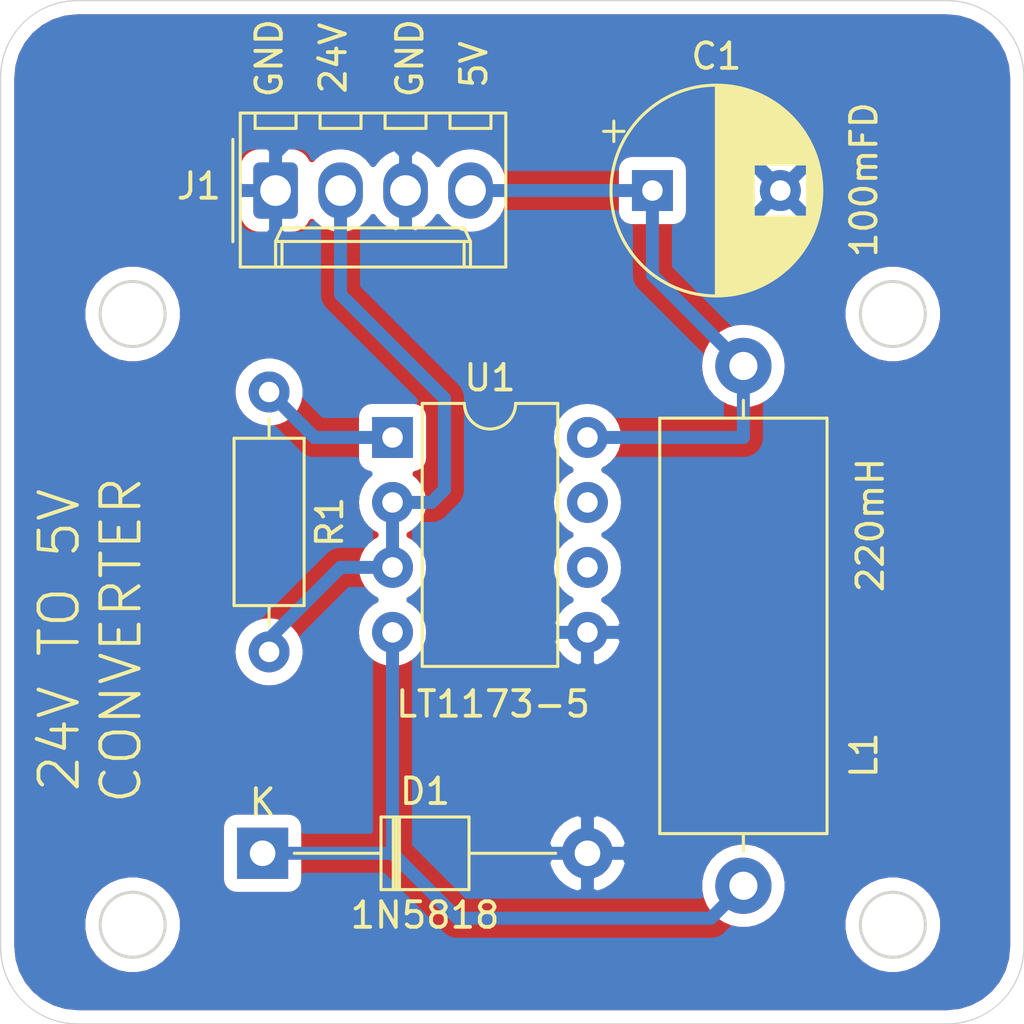
<source format=kicad_pcb>
(kicad_pcb (version 20171130) (host pcbnew "(5.1.4)-1")

  (general
    (thickness 1.6)
    (drawings 17)
    (tracks 37)
    (zones 0)
    (modules 6)
    (nets 8)
  )

  (page A4)
  (layers
    (0 F.Cu signal hide)
    (31 B.Cu signal)
    (32 B.Adhes user)
    (33 F.Adhes user)
    (34 B.Paste user)
    (35 F.Paste user)
    (36 B.SilkS user)
    (37 F.SilkS user)
    (38 B.Mask user)
    (39 F.Mask user)
    (40 Dwgs.User user)
    (41 Cmts.User user)
    (42 Eco1.User user)
    (43 Eco2.User user)
    (44 Edge.Cuts user)
    (45 Margin user)
    (46 B.CrtYd user)
    (47 F.CrtYd user)
    (48 B.Fab user)
    (49 F.Fab user)
  )

  (setup
    (last_trace_width 0.508)
    (user_trace_width 0.508)
    (trace_clearance 0.2)
    (zone_clearance 0.508)
    (zone_45_only no)
    (trace_min 0.2)
    (via_size 0.8)
    (via_drill 0.4)
    (via_min_size 0.4)
    (via_min_drill 0.3)
    (uvia_size 0.3)
    (uvia_drill 0.1)
    (uvias_allowed no)
    (uvia_min_size 0.2)
    (uvia_min_drill 0.1)
    (edge_width 0.05)
    (segment_width 0.2)
    (pcb_text_width 0.3)
    (pcb_text_size 1.5 1.5)
    (mod_edge_width 0.12)
    (mod_text_size 1 1)
    (mod_text_width 0.15)
    (pad_size 1.524 1.524)
    (pad_drill 0.762)
    (pad_to_mask_clearance 0.051)
    (solder_mask_min_width 0.25)
    (aux_axis_origin 0 0)
    (visible_elements FFFFFF7F)
    (pcbplotparams
      (layerselection 0x010fc_ffffffff)
      (usegerberextensions false)
      (usegerberattributes false)
      (usegerberadvancedattributes false)
      (creategerberjobfile false)
      (excludeedgelayer true)
      (linewidth 0.100000)
      (plotframeref false)
      (viasonmask false)
      (mode 1)
      (useauxorigin false)
      (hpglpennumber 1)
      (hpglpenspeed 20)
      (hpglpendiameter 15.000000)
      (psnegative false)
      (psa4output false)
      (plotreference true)
      (plotvalue true)
      (plotinvisibletext false)
      (padsonsilk false)
      (subtractmaskfromsilk false)
      (outputformat 1)
      (mirror false)
      (drillshape 1)
      (scaleselection 1)
      (outputdirectory ""))
  )

  (net 0 "")
  (net 1 "Net-(C1-Pad1)")
  (net 2 "Net-(D1-Pad1)")
  (net 3 "Net-(R1-Pad1)")
  (net 4 "Net-(U1-Pad6)")
  (net 5 "Net-(U1-Pad7)")
  (net 6 GND)
  (net 7 "Net-(J1-Pad2)")

  (net_class Default "This is the default net class."
    (clearance 0.2)
    (trace_width 0.381)
    (via_dia 0.8)
    (via_drill 0.4)
    (uvia_dia 0.3)
    (uvia_drill 0.1)
    (add_net GND)
    (add_net "Net-(C1-Pad1)")
    (add_net "Net-(D1-Pad1)")
    (add_net "Net-(J1-Pad2)")
    (add_net "Net-(R1-Pad1)")
    (add_net "Net-(U1-Pad6)")
    (add_net "Net-(U1-Pad7)")
  )

  (module Resistor_THT:R_Axial_DIN0207_L6.3mm_D2.5mm_P10.16mm_Horizontal (layer F.Cu) (tedit 5AE5139B) (tstamp 5D8EE698)
    (at 142.494 98.298 270)
    (descr "Resistor, Axial_DIN0207 series, Axial, Horizontal, pin pitch=10.16mm, 0.25W = 1/4W, length*diameter=6.3*2.5mm^2, http://cdn-reichelt.de/documents/datenblatt/B400/1_4W%23YAG.pdf")
    (tags "Resistor Axial_DIN0207 series Axial Horizontal pin pitch 10.16mm 0.25W = 1/4W length 6.3mm diameter 2.5mm")
    (path /5D8E6F1B)
    (fp_text reference R1 (at 5.08 -2.37 90) (layer F.SilkS)
      (effects (font (size 1 1) (thickness 0.15)))
    )
    (fp_text value 100 (at 5.08 2.37 90) (layer F.Fab)
      (effects (font (size 1 1) (thickness 0.15)))
    )
    (fp_text user %R (at 5.08 0 90) (layer F.Fab)
      (effects (font (size 1 1) (thickness 0.15)))
    )
    (fp_line (start 11.21 -1.5) (end -1.05 -1.5) (layer F.CrtYd) (width 0.05))
    (fp_line (start 11.21 1.5) (end 11.21 -1.5) (layer F.CrtYd) (width 0.05))
    (fp_line (start -1.05 1.5) (end 11.21 1.5) (layer F.CrtYd) (width 0.05))
    (fp_line (start -1.05 -1.5) (end -1.05 1.5) (layer F.CrtYd) (width 0.05))
    (fp_line (start 9.12 0) (end 8.35 0) (layer F.SilkS) (width 0.12))
    (fp_line (start 1.04 0) (end 1.81 0) (layer F.SilkS) (width 0.12))
    (fp_line (start 8.35 -1.37) (end 1.81 -1.37) (layer F.SilkS) (width 0.12))
    (fp_line (start 8.35 1.37) (end 8.35 -1.37) (layer F.SilkS) (width 0.12))
    (fp_line (start 1.81 1.37) (end 8.35 1.37) (layer F.SilkS) (width 0.12))
    (fp_line (start 1.81 -1.37) (end 1.81 1.37) (layer F.SilkS) (width 0.12))
    (fp_line (start 10.16 0) (end 8.23 0) (layer F.Fab) (width 0.1))
    (fp_line (start 0 0) (end 1.93 0) (layer F.Fab) (width 0.1))
    (fp_line (start 8.23 -1.25) (end 1.93 -1.25) (layer F.Fab) (width 0.1))
    (fp_line (start 8.23 1.25) (end 8.23 -1.25) (layer F.Fab) (width 0.1))
    (fp_line (start 1.93 1.25) (end 8.23 1.25) (layer F.Fab) (width 0.1))
    (fp_line (start 1.93 -1.25) (end 1.93 1.25) (layer F.Fab) (width 0.1))
    (pad 2 thru_hole oval (at 10.16 0 270) (size 1.6 1.6) (drill 0.8) (layers *.Cu *.Mask)
      (net 7 "Net-(J1-Pad2)"))
    (pad 1 thru_hole circle (at 0 0 270) (size 1.6 1.6) (drill 0.8) (layers *.Cu *.Mask)
      (net 3 "Net-(R1-Pad1)"))
    (model ${KISYS3DMOD}/Resistor_THT.3dshapes/R_Axial_DIN0207_L6.3mm_D2.5mm_P10.16mm_Horizontal.wrl
      (at (xyz 0 0 0))
      (scale (xyz 1 1 1))
      (rotate (xyz 0 0 0))
    )
  )

  (module Connector_Molex:Molex_KK-254_AE-6410-04A_1x04_P2.54mm_Vertical (layer F.Cu) (tedit 5B78013E) (tstamp 5D8EAFDF)
    (at 142.748 90.424)
    (descr "Molex KK-254 Interconnect System, old/engineering part number: AE-6410-04A example for new part number: 22-27-2041, 4 Pins (http://www.molex.com/pdm_docs/sd/022272021_sd.pdf), generated with kicad-footprint-generator")
    (tags "connector Molex KK-254 side entry")
    (path /5D8F47EE)
    (fp_text reference J1 (at -2.998 -0.174) (layer F.SilkS)
      (effects (font (size 1 1) (thickness 0.15)))
    )
    (fp_text value Conn_01x02_Male (at 3.81 4.08) (layer F.Fab)
      (effects (font (size 1 1) (thickness 0.15)))
    )
    (fp_text user %R (at 3.81 -2.22) (layer F.Fab)
      (effects (font (size 1 1) (thickness 0.15)))
    )
    (fp_line (start 9.39 -3.42) (end -1.77 -3.42) (layer F.CrtYd) (width 0.05))
    (fp_line (start 9.39 3.38) (end 9.39 -3.42) (layer F.CrtYd) (width 0.05))
    (fp_line (start -1.77 3.38) (end 9.39 3.38) (layer F.CrtYd) (width 0.05))
    (fp_line (start -1.77 -3.42) (end -1.77 3.38) (layer F.CrtYd) (width 0.05))
    (fp_line (start 8.42 -2.43) (end 8.42 -3.03) (layer F.SilkS) (width 0.12))
    (fp_line (start 6.82 -2.43) (end 8.42 -2.43) (layer F.SilkS) (width 0.12))
    (fp_line (start 6.82 -3.03) (end 6.82 -2.43) (layer F.SilkS) (width 0.12))
    (fp_line (start 5.88 -2.43) (end 5.88 -3.03) (layer F.SilkS) (width 0.12))
    (fp_line (start 4.28 -2.43) (end 5.88 -2.43) (layer F.SilkS) (width 0.12))
    (fp_line (start 4.28 -3.03) (end 4.28 -2.43) (layer F.SilkS) (width 0.12))
    (fp_line (start 3.34 -2.43) (end 3.34 -3.03) (layer F.SilkS) (width 0.12))
    (fp_line (start 1.74 -2.43) (end 3.34 -2.43) (layer F.SilkS) (width 0.12))
    (fp_line (start 1.74 -3.03) (end 1.74 -2.43) (layer F.SilkS) (width 0.12))
    (fp_line (start 0.8 -2.43) (end 0.8 -3.03) (layer F.SilkS) (width 0.12))
    (fp_line (start -0.8 -2.43) (end 0.8 -2.43) (layer F.SilkS) (width 0.12))
    (fp_line (start -0.8 -3.03) (end -0.8 -2.43) (layer F.SilkS) (width 0.12))
    (fp_line (start 7.37 2.99) (end 7.37 1.99) (layer F.SilkS) (width 0.12))
    (fp_line (start 0.25 2.99) (end 0.25 1.99) (layer F.SilkS) (width 0.12))
    (fp_line (start 7.37 1.46) (end 7.62 1.99) (layer F.SilkS) (width 0.12))
    (fp_line (start 0.25 1.46) (end 7.37 1.46) (layer F.SilkS) (width 0.12))
    (fp_line (start 0 1.99) (end 0.25 1.46) (layer F.SilkS) (width 0.12))
    (fp_line (start 7.62 1.99) (end 7.62 2.99) (layer F.SilkS) (width 0.12))
    (fp_line (start 0 1.99) (end 7.62 1.99) (layer F.SilkS) (width 0.12))
    (fp_line (start 0 2.99) (end 0 1.99) (layer F.SilkS) (width 0.12))
    (fp_line (start -0.562893 0) (end -1.27 0.5) (layer F.Fab) (width 0.1))
    (fp_line (start -1.27 -0.5) (end -0.562893 0) (layer F.Fab) (width 0.1))
    (fp_line (start -1.67 -2) (end -1.67 2) (layer F.SilkS) (width 0.12))
    (fp_line (start 9 -3.03) (end -1.38 -3.03) (layer F.SilkS) (width 0.12))
    (fp_line (start 9 2.99) (end 9 -3.03) (layer F.SilkS) (width 0.12))
    (fp_line (start -1.38 2.99) (end 9 2.99) (layer F.SilkS) (width 0.12))
    (fp_line (start -1.38 -3.03) (end -1.38 2.99) (layer F.SilkS) (width 0.12))
    (fp_line (start 8.89 -2.92) (end -1.27 -2.92) (layer F.Fab) (width 0.1))
    (fp_line (start 8.89 2.88) (end 8.89 -2.92) (layer F.Fab) (width 0.1))
    (fp_line (start -1.27 2.88) (end 8.89 2.88) (layer F.Fab) (width 0.1))
    (fp_line (start -1.27 -2.92) (end -1.27 2.88) (layer F.Fab) (width 0.1))
    (pad 4 thru_hole oval (at 7.62 0) (size 1.74 2.2) (drill 1.2) (layers *.Cu *.Mask)
      (net 1 "Net-(C1-Pad1)"))
    (pad 3 thru_hole oval (at 5.08 0) (size 1.74 2.2) (drill 1.2) (layers *.Cu *.Mask)
      (net 6 GND))
    (pad 2 thru_hole oval (at 2.54 0) (size 1.74 2.2) (drill 1.2) (layers *.Cu *.Mask)
      (net 7 "Net-(J1-Pad2)"))
    (pad 1 thru_hole roundrect (at 0 0) (size 1.74 2.2) (drill 1.2) (layers *.Cu *.Mask) (roundrect_rratio 0.143678)
      (net 6 GND))
    (model ${KISYS3DMOD}/Connector_Molex.3dshapes/Molex_KK-254_AE-6410-04A_1x04_P2.54mm_Vertical.wrl
      (at (xyz 0 0 0))
      (scale (xyz 1 1 1))
      (rotate (xyz 0 0 0))
    )
  )

  (module Package_DIP:DIP-8_W7.62mm (layer F.Cu) (tedit 5A02E8C5) (tstamp 5D8EB044)
    (at 147.32 100.076)
    (descr "8-lead though-hole mounted DIP package, row spacing 7.62 mm (300 mils)")
    (tags "THT DIP DIL PDIP 2.54mm 7.62mm 300mil")
    (path /5D8F7E0A)
    (fp_text reference U1 (at 3.81 -2.33) (layer F.SilkS)
      (effects (font (size 1 1) (thickness 0.15)))
    )
    (fp_text value LT1173-5 (at 3.93 10.424) (layer F.SilkS)
      (effects (font (size 1 1) (thickness 0.15)))
    )
    (fp_text user %R (at 3.81 3.81) (layer F.Fab)
      (effects (font (size 1 1) (thickness 0.15)))
    )
    (fp_line (start 8.7 -1.55) (end -1.1 -1.55) (layer F.CrtYd) (width 0.05))
    (fp_line (start 8.7 9.15) (end 8.7 -1.55) (layer F.CrtYd) (width 0.05))
    (fp_line (start -1.1 9.15) (end 8.7 9.15) (layer F.CrtYd) (width 0.05))
    (fp_line (start -1.1 -1.55) (end -1.1 9.15) (layer F.CrtYd) (width 0.05))
    (fp_line (start 6.46 -1.33) (end 4.81 -1.33) (layer F.SilkS) (width 0.12))
    (fp_line (start 6.46 8.95) (end 6.46 -1.33) (layer F.SilkS) (width 0.12))
    (fp_line (start 1.16 8.95) (end 6.46 8.95) (layer F.SilkS) (width 0.12))
    (fp_line (start 1.16 -1.33) (end 1.16 8.95) (layer F.SilkS) (width 0.12))
    (fp_line (start 2.81 -1.33) (end 1.16 -1.33) (layer F.SilkS) (width 0.12))
    (fp_line (start 0.635 -0.27) (end 1.635 -1.27) (layer F.Fab) (width 0.1))
    (fp_line (start 0.635 8.89) (end 0.635 -0.27) (layer F.Fab) (width 0.1))
    (fp_line (start 6.985 8.89) (end 0.635 8.89) (layer F.Fab) (width 0.1))
    (fp_line (start 6.985 -1.27) (end 6.985 8.89) (layer F.Fab) (width 0.1))
    (fp_line (start 1.635 -1.27) (end 6.985 -1.27) (layer F.Fab) (width 0.1))
    (fp_arc (start 3.81 -1.33) (end 2.81 -1.33) (angle -180) (layer F.SilkS) (width 0.12))
    (pad 8 thru_hole oval (at 7.62 0) (size 1.6 1.6) (drill 0.8) (layers *.Cu *.Mask)
      (net 1 "Net-(C1-Pad1)"))
    (pad 4 thru_hole oval (at 0 7.62) (size 1.6 1.6) (drill 0.8) (layers *.Cu *.Mask)
      (net 2 "Net-(D1-Pad1)"))
    (pad 7 thru_hole oval (at 7.62 2.54) (size 1.6 1.6) (drill 0.8) (layers *.Cu *.Mask)
      (net 5 "Net-(U1-Pad7)"))
    (pad 3 thru_hole oval (at 0 5.08) (size 1.6 1.6) (drill 0.8) (layers *.Cu *.Mask)
      (net 7 "Net-(J1-Pad2)"))
    (pad 6 thru_hole oval (at 7.62 5.08) (size 1.6 1.6) (drill 0.8) (layers *.Cu *.Mask)
      (net 4 "Net-(U1-Pad6)"))
    (pad 2 thru_hole oval (at 0 2.54) (size 1.6 1.6) (drill 0.8) (layers *.Cu *.Mask)
      (net 7 "Net-(J1-Pad2)"))
    (pad 5 thru_hole oval (at 7.62 7.62) (size 1.6 1.6) (drill 0.8) (layers *.Cu *.Mask)
      (net 6 GND))
    (pad 1 thru_hole rect (at 0 0) (size 1.6 1.6) (drill 0.8) (layers *.Cu *.Mask)
      (net 3 "Net-(R1-Pad1)"))
    (model ${KISYS3DMOD}/Package_DIP.3dshapes/DIP-8_W7.62mm.wrl
      (at (xyz 0 0 0))
      (scale (xyz 1 1 1))
      (rotate (xyz 0 0 0))
    )
  )

  (module Capacitor_THT:CP_Radial_D8.0mm_P5.00mm (layer F.Cu) (tedit 5AE50EF0) (tstamp 5D8EE991)
    (at 157.48 90.424)
    (descr "CP, Radial series, Radial, pin pitch=5.00mm, , diameter=8mm, Electrolytic Capacitor")
    (tags "CP Radial series Radial pin pitch 5.00mm  diameter 8mm Electrolytic Capacitor")
    (path /5D8E8682)
    (fp_text reference C1 (at 2.5 -5.25) (layer F.SilkS)
      (effects (font (size 1 1) (thickness 0.15)))
    )
    (fp_text value 100mFD (at 8.27 -0.424 90) (layer F.SilkS)
      (effects (font (size 1 1) (thickness 0.15)))
    )
    (fp_circle (center 2.5 0) (end 6.5 0) (layer F.Fab) (width 0.1))
    (fp_circle (center 2.5 0) (end 6.62 0) (layer F.SilkS) (width 0.12))
    (fp_circle (center 2.5 0) (end 6.75 0) (layer F.CrtYd) (width 0.05))
    (fp_line (start -0.926759 -1.7475) (end -0.126759 -1.7475) (layer F.Fab) (width 0.1))
    (fp_line (start -0.526759 -2.1475) (end -0.526759 -1.3475) (layer F.Fab) (width 0.1))
    (fp_line (start 2.5 -4.08) (end 2.5 4.08) (layer F.SilkS) (width 0.12))
    (fp_line (start 2.54 -4.08) (end 2.54 4.08) (layer F.SilkS) (width 0.12))
    (fp_line (start 2.58 -4.08) (end 2.58 4.08) (layer F.SilkS) (width 0.12))
    (fp_line (start 2.62 -4.079) (end 2.62 4.079) (layer F.SilkS) (width 0.12))
    (fp_line (start 2.66 -4.077) (end 2.66 4.077) (layer F.SilkS) (width 0.12))
    (fp_line (start 2.7 -4.076) (end 2.7 4.076) (layer F.SilkS) (width 0.12))
    (fp_line (start 2.74 -4.074) (end 2.74 4.074) (layer F.SilkS) (width 0.12))
    (fp_line (start 2.78 -4.071) (end 2.78 4.071) (layer F.SilkS) (width 0.12))
    (fp_line (start 2.82 -4.068) (end 2.82 4.068) (layer F.SilkS) (width 0.12))
    (fp_line (start 2.86 -4.065) (end 2.86 4.065) (layer F.SilkS) (width 0.12))
    (fp_line (start 2.9 -4.061) (end 2.9 4.061) (layer F.SilkS) (width 0.12))
    (fp_line (start 2.94 -4.057) (end 2.94 4.057) (layer F.SilkS) (width 0.12))
    (fp_line (start 2.98 -4.052) (end 2.98 4.052) (layer F.SilkS) (width 0.12))
    (fp_line (start 3.02 -4.048) (end 3.02 4.048) (layer F.SilkS) (width 0.12))
    (fp_line (start 3.06 -4.042) (end 3.06 4.042) (layer F.SilkS) (width 0.12))
    (fp_line (start 3.1 -4.037) (end 3.1 4.037) (layer F.SilkS) (width 0.12))
    (fp_line (start 3.14 -4.03) (end 3.14 4.03) (layer F.SilkS) (width 0.12))
    (fp_line (start 3.18 -4.024) (end 3.18 4.024) (layer F.SilkS) (width 0.12))
    (fp_line (start 3.221 -4.017) (end 3.221 4.017) (layer F.SilkS) (width 0.12))
    (fp_line (start 3.261 -4.01) (end 3.261 4.01) (layer F.SilkS) (width 0.12))
    (fp_line (start 3.301 -4.002) (end 3.301 4.002) (layer F.SilkS) (width 0.12))
    (fp_line (start 3.341 -3.994) (end 3.341 3.994) (layer F.SilkS) (width 0.12))
    (fp_line (start 3.381 -3.985) (end 3.381 3.985) (layer F.SilkS) (width 0.12))
    (fp_line (start 3.421 -3.976) (end 3.421 3.976) (layer F.SilkS) (width 0.12))
    (fp_line (start 3.461 -3.967) (end 3.461 3.967) (layer F.SilkS) (width 0.12))
    (fp_line (start 3.501 -3.957) (end 3.501 3.957) (layer F.SilkS) (width 0.12))
    (fp_line (start 3.541 -3.947) (end 3.541 3.947) (layer F.SilkS) (width 0.12))
    (fp_line (start 3.581 -3.936) (end 3.581 3.936) (layer F.SilkS) (width 0.12))
    (fp_line (start 3.621 -3.925) (end 3.621 3.925) (layer F.SilkS) (width 0.12))
    (fp_line (start 3.661 -3.914) (end 3.661 3.914) (layer F.SilkS) (width 0.12))
    (fp_line (start 3.701 -3.902) (end 3.701 3.902) (layer F.SilkS) (width 0.12))
    (fp_line (start 3.741 -3.889) (end 3.741 3.889) (layer F.SilkS) (width 0.12))
    (fp_line (start 3.781 -3.877) (end 3.781 3.877) (layer F.SilkS) (width 0.12))
    (fp_line (start 3.821 -3.863) (end 3.821 3.863) (layer F.SilkS) (width 0.12))
    (fp_line (start 3.861 -3.85) (end 3.861 3.85) (layer F.SilkS) (width 0.12))
    (fp_line (start 3.901 -3.835) (end 3.901 3.835) (layer F.SilkS) (width 0.12))
    (fp_line (start 3.941 -3.821) (end 3.941 3.821) (layer F.SilkS) (width 0.12))
    (fp_line (start 3.981 -3.805) (end 3.981 -1.04) (layer F.SilkS) (width 0.12))
    (fp_line (start 3.981 1.04) (end 3.981 3.805) (layer F.SilkS) (width 0.12))
    (fp_line (start 4.021 -3.79) (end 4.021 -1.04) (layer F.SilkS) (width 0.12))
    (fp_line (start 4.021 1.04) (end 4.021 3.79) (layer F.SilkS) (width 0.12))
    (fp_line (start 4.061 -3.774) (end 4.061 -1.04) (layer F.SilkS) (width 0.12))
    (fp_line (start 4.061 1.04) (end 4.061 3.774) (layer F.SilkS) (width 0.12))
    (fp_line (start 4.101 -3.757) (end 4.101 -1.04) (layer F.SilkS) (width 0.12))
    (fp_line (start 4.101 1.04) (end 4.101 3.757) (layer F.SilkS) (width 0.12))
    (fp_line (start 4.141 -3.74) (end 4.141 -1.04) (layer F.SilkS) (width 0.12))
    (fp_line (start 4.141 1.04) (end 4.141 3.74) (layer F.SilkS) (width 0.12))
    (fp_line (start 4.181 -3.722) (end 4.181 -1.04) (layer F.SilkS) (width 0.12))
    (fp_line (start 4.181 1.04) (end 4.181 3.722) (layer F.SilkS) (width 0.12))
    (fp_line (start 4.221 -3.704) (end 4.221 -1.04) (layer F.SilkS) (width 0.12))
    (fp_line (start 4.221 1.04) (end 4.221 3.704) (layer F.SilkS) (width 0.12))
    (fp_line (start 4.261 -3.686) (end 4.261 -1.04) (layer F.SilkS) (width 0.12))
    (fp_line (start 4.261 1.04) (end 4.261 3.686) (layer F.SilkS) (width 0.12))
    (fp_line (start 4.301 -3.666) (end 4.301 -1.04) (layer F.SilkS) (width 0.12))
    (fp_line (start 4.301 1.04) (end 4.301 3.666) (layer F.SilkS) (width 0.12))
    (fp_line (start 4.341 -3.647) (end 4.341 -1.04) (layer F.SilkS) (width 0.12))
    (fp_line (start 4.341 1.04) (end 4.341 3.647) (layer F.SilkS) (width 0.12))
    (fp_line (start 4.381 -3.627) (end 4.381 -1.04) (layer F.SilkS) (width 0.12))
    (fp_line (start 4.381 1.04) (end 4.381 3.627) (layer F.SilkS) (width 0.12))
    (fp_line (start 4.421 -3.606) (end 4.421 -1.04) (layer F.SilkS) (width 0.12))
    (fp_line (start 4.421 1.04) (end 4.421 3.606) (layer F.SilkS) (width 0.12))
    (fp_line (start 4.461 -3.584) (end 4.461 -1.04) (layer F.SilkS) (width 0.12))
    (fp_line (start 4.461 1.04) (end 4.461 3.584) (layer F.SilkS) (width 0.12))
    (fp_line (start 4.501 -3.562) (end 4.501 -1.04) (layer F.SilkS) (width 0.12))
    (fp_line (start 4.501 1.04) (end 4.501 3.562) (layer F.SilkS) (width 0.12))
    (fp_line (start 4.541 -3.54) (end 4.541 -1.04) (layer F.SilkS) (width 0.12))
    (fp_line (start 4.541 1.04) (end 4.541 3.54) (layer F.SilkS) (width 0.12))
    (fp_line (start 4.581 -3.517) (end 4.581 -1.04) (layer F.SilkS) (width 0.12))
    (fp_line (start 4.581 1.04) (end 4.581 3.517) (layer F.SilkS) (width 0.12))
    (fp_line (start 4.621 -3.493) (end 4.621 -1.04) (layer F.SilkS) (width 0.12))
    (fp_line (start 4.621 1.04) (end 4.621 3.493) (layer F.SilkS) (width 0.12))
    (fp_line (start 4.661 -3.469) (end 4.661 -1.04) (layer F.SilkS) (width 0.12))
    (fp_line (start 4.661 1.04) (end 4.661 3.469) (layer F.SilkS) (width 0.12))
    (fp_line (start 4.701 -3.444) (end 4.701 -1.04) (layer F.SilkS) (width 0.12))
    (fp_line (start 4.701 1.04) (end 4.701 3.444) (layer F.SilkS) (width 0.12))
    (fp_line (start 4.741 -3.418) (end 4.741 -1.04) (layer F.SilkS) (width 0.12))
    (fp_line (start 4.741 1.04) (end 4.741 3.418) (layer F.SilkS) (width 0.12))
    (fp_line (start 4.781 -3.392) (end 4.781 -1.04) (layer F.SilkS) (width 0.12))
    (fp_line (start 4.781 1.04) (end 4.781 3.392) (layer F.SilkS) (width 0.12))
    (fp_line (start 4.821 -3.365) (end 4.821 -1.04) (layer F.SilkS) (width 0.12))
    (fp_line (start 4.821 1.04) (end 4.821 3.365) (layer F.SilkS) (width 0.12))
    (fp_line (start 4.861 -3.338) (end 4.861 -1.04) (layer F.SilkS) (width 0.12))
    (fp_line (start 4.861 1.04) (end 4.861 3.338) (layer F.SilkS) (width 0.12))
    (fp_line (start 4.901 -3.309) (end 4.901 -1.04) (layer F.SilkS) (width 0.12))
    (fp_line (start 4.901 1.04) (end 4.901 3.309) (layer F.SilkS) (width 0.12))
    (fp_line (start 4.941 -3.28) (end 4.941 -1.04) (layer F.SilkS) (width 0.12))
    (fp_line (start 4.941 1.04) (end 4.941 3.28) (layer F.SilkS) (width 0.12))
    (fp_line (start 4.981 -3.25) (end 4.981 -1.04) (layer F.SilkS) (width 0.12))
    (fp_line (start 4.981 1.04) (end 4.981 3.25) (layer F.SilkS) (width 0.12))
    (fp_line (start 5.021 -3.22) (end 5.021 -1.04) (layer F.SilkS) (width 0.12))
    (fp_line (start 5.021 1.04) (end 5.021 3.22) (layer F.SilkS) (width 0.12))
    (fp_line (start 5.061 -3.189) (end 5.061 -1.04) (layer F.SilkS) (width 0.12))
    (fp_line (start 5.061 1.04) (end 5.061 3.189) (layer F.SilkS) (width 0.12))
    (fp_line (start 5.101 -3.156) (end 5.101 -1.04) (layer F.SilkS) (width 0.12))
    (fp_line (start 5.101 1.04) (end 5.101 3.156) (layer F.SilkS) (width 0.12))
    (fp_line (start 5.141 -3.124) (end 5.141 -1.04) (layer F.SilkS) (width 0.12))
    (fp_line (start 5.141 1.04) (end 5.141 3.124) (layer F.SilkS) (width 0.12))
    (fp_line (start 5.181 -3.09) (end 5.181 -1.04) (layer F.SilkS) (width 0.12))
    (fp_line (start 5.181 1.04) (end 5.181 3.09) (layer F.SilkS) (width 0.12))
    (fp_line (start 5.221 -3.055) (end 5.221 -1.04) (layer F.SilkS) (width 0.12))
    (fp_line (start 5.221 1.04) (end 5.221 3.055) (layer F.SilkS) (width 0.12))
    (fp_line (start 5.261 -3.019) (end 5.261 -1.04) (layer F.SilkS) (width 0.12))
    (fp_line (start 5.261 1.04) (end 5.261 3.019) (layer F.SilkS) (width 0.12))
    (fp_line (start 5.301 -2.983) (end 5.301 -1.04) (layer F.SilkS) (width 0.12))
    (fp_line (start 5.301 1.04) (end 5.301 2.983) (layer F.SilkS) (width 0.12))
    (fp_line (start 5.341 -2.945) (end 5.341 -1.04) (layer F.SilkS) (width 0.12))
    (fp_line (start 5.341 1.04) (end 5.341 2.945) (layer F.SilkS) (width 0.12))
    (fp_line (start 5.381 -2.907) (end 5.381 -1.04) (layer F.SilkS) (width 0.12))
    (fp_line (start 5.381 1.04) (end 5.381 2.907) (layer F.SilkS) (width 0.12))
    (fp_line (start 5.421 -2.867) (end 5.421 -1.04) (layer F.SilkS) (width 0.12))
    (fp_line (start 5.421 1.04) (end 5.421 2.867) (layer F.SilkS) (width 0.12))
    (fp_line (start 5.461 -2.826) (end 5.461 -1.04) (layer F.SilkS) (width 0.12))
    (fp_line (start 5.461 1.04) (end 5.461 2.826) (layer F.SilkS) (width 0.12))
    (fp_line (start 5.501 -2.784) (end 5.501 -1.04) (layer F.SilkS) (width 0.12))
    (fp_line (start 5.501 1.04) (end 5.501 2.784) (layer F.SilkS) (width 0.12))
    (fp_line (start 5.541 -2.741) (end 5.541 -1.04) (layer F.SilkS) (width 0.12))
    (fp_line (start 5.541 1.04) (end 5.541 2.741) (layer F.SilkS) (width 0.12))
    (fp_line (start 5.581 -2.697) (end 5.581 -1.04) (layer F.SilkS) (width 0.12))
    (fp_line (start 5.581 1.04) (end 5.581 2.697) (layer F.SilkS) (width 0.12))
    (fp_line (start 5.621 -2.651) (end 5.621 -1.04) (layer F.SilkS) (width 0.12))
    (fp_line (start 5.621 1.04) (end 5.621 2.651) (layer F.SilkS) (width 0.12))
    (fp_line (start 5.661 -2.604) (end 5.661 -1.04) (layer F.SilkS) (width 0.12))
    (fp_line (start 5.661 1.04) (end 5.661 2.604) (layer F.SilkS) (width 0.12))
    (fp_line (start 5.701 -2.556) (end 5.701 -1.04) (layer F.SilkS) (width 0.12))
    (fp_line (start 5.701 1.04) (end 5.701 2.556) (layer F.SilkS) (width 0.12))
    (fp_line (start 5.741 -2.505) (end 5.741 -1.04) (layer F.SilkS) (width 0.12))
    (fp_line (start 5.741 1.04) (end 5.741 2.505) (layer F.SilkS) (width 0.12))
    (fp_line (start 5.781 -2.454) (end 5.781 -1.04) (layer F.SilkS) (width 0.12))
    (fp_line (start 5.781 1.04) (end 5.781 2.454) (layer F.SilkS) (width 0.12))
    (fp_line (start 5.821 -2.4) (end 5.821 -1.04) (layer F.SilkS) (width 0.12))
    (fp_line (start 5.821 1.04) (end 5.821 2.4) (layer F.SilkS) (width 0.12))
    (fp_line (start 5.861 -2.345) (end 5.861 -1.04) (layer F.SilkS) (width 0.12))
    (fp_line (start 5.861 1.04) (end 5.861 2.345) (layer F.SilkS) (width 0.12))
    (fp_line (start 5.901 -2.287) (end 5.901 -1.04) (layer F.SilkS) (width 0.12))
    (fp_line (start 5.901 1.04) (end 5.901 2.287) (layer F.SilkS) (width 0.12))
    (fp_line (start 5.941 -2.228) (end 5.941 -1.04) (layer F.SilkS) (width 0.12))
    (fp_line (start 5.941 1.04) (end 5.941 2.228) (layer F.SilkS) (width 0.12))
    (fp_line (start 5.981 -2.166) (end 5.981 -1.04) (layer F.SilkS) (width 0.12))
    (fp_line (start 5.981 1.04) (end 5.981 2.166) (layer F.SilkS) (width 0.12))
    (fp_line (start 6.021 -2.102) (end 6.021 -1.04) (layer F.SilkS) (width 0.12))
    (fp_line (start 6.021 1.04) (end 6.021 2.102) (layer F.SilkS) (width 0.12))
    (fp_line (start 6.061 -2.034) (end 6.061 2.034) (layer F.SilkS) (width 0.12))
    (fp_line (start 6.101 -1.964) (end 6.101 1.964) (layer F.SilkS) (width 0.12))
    (fp_line (start 6.141 -1.89) (end 6.141 1.89) (layer F.SilkS) (width 0.12))
    (fp_line (start 6.181 -1.813) (end 6.181 1.813) (layer F.SilkS) (width 0.12))
    (fp_line (start 6.221 -1.731) (end 6.221 1.731) (layer F.SilkS) (width 0.12))
    (fp_line (start 6.261 -1.645) (end 6.261 1.645) (layer F.SilkS) (width 0.12))
    (fp_line (start 6.301 -1.552) (end 6.301 1.552) (layer F.SilkS) (width 0.12))
    (fp_line (start 6.341 -1.453) (end 6.341 1.453) (layer F.SilkS) (width 0.12))
    (fp_line (start 6.381 -1.346) (end 6.381 1.346) (layer F.SilkS) (width 0.12))
    (fp_line (start 6.421 -1.229) (end 6.421 1.229) (layer F.SilkS) (width 0.12))
    (fp_line (start 6.461 -1.098) (end 6.461 1.098) (layer F.SilkS) (width 0.12))
    (fp_line (start 6.501 -0.948) (end 6.501 0.948) (layer F.SilkS) (width 0.12))
    (fp_line (start 6.541 -0.768) (end 6.541 0.768) (layer F.SilkS) (width 0.12))
    (fp_line (start 6.581 -0.533) (end 6.581 0.533) (layer F.SilkS) (width 0.12))
    (fp_line (start -1.909698 -2.315) (end -1.109698 -2.315) (layer F.SilkS) (width 0.12))
    (fp_line (start -1.509698 -2.715) (end -1.509698 -1.915) (layer F.SilkS) (width 0.12))
    (fp_text user %R (at 2.5 0) (layer F.Fab)
      (effects (font (size 1 1) (thickness 0.15)))
    )
    (pad 1 thru_hole rect (at 0 0) (size 1.6 1.6) (drill 0.8) (layers *.Cu *.Mask)
      (net 1 "Net-(C1-Pad1)"))
    (pad 2 thru_hole circle (at 5 0) (size 1.6 1.6) (drill 0.8) (layers *.Cu *.Mask)
      (net 6 GND))
    (model ${KISYS3DMOD}/Capacitor_THT.3dshapes/CP_Radial_D8.0mm_P5.00mm.wrl
      (at (xyz 0 0 0))
      (scale (xyz 1 1 1))
      (rotate (xyz 0 0 0))
    )
  )

  (module Diode_THT:D_T-1_P12.70mm_Horizontal (layer F.Cu) (tedit 5AE50CD5) (tstamp 5D8EAFC4)
    (at 142.24 116.332)
    (descr "Diode, T-1 series, Axial, Horizontal, pin pitch=12.7mm, , length*diameter=3.2*2.6mm^2, , http://www.diodes.com/_files/packages/T-1.pdf")
    (tags "Diode T-1 series Axial Horizontal pin pitch 12.7mm  length 3.2mm diameter 2.6mm")
    (path /5D8E78E7)
    (fp_text reference D1 (at 6.35 -2.42) (layer F.SilkS)
      (effects (font (size 1 1) (thickness 0.15)))
    )
    (fp_text value 1N5818 (at 6.35 2.42) (layer F.SilkS)
      (effects (font (size 1 1) (thickness 0.15)))
    )
    (fp_line (start 4.75 -1.3) (end 4.75 1.3) (layer F.Fab) (width 0.1))
    (fp_line (start 4.75 1.3) (end 7.95 1.3) (layer F.Fab) (width 0.1))
    (fp_line (start 7.95 1.3) (end 7.95 -1.3) (layer F.Fab) (width 0.1))
    (fp_line (start 7.95 -1.3) (end 4.75 -1.3) (layer F.Fab) (width 0.1))
    (fp_line (start 0 0) (end 4.75 0) (layer F.Fab) (width 0.1))
    (fp_line (start 12.7 0) (end 7.95 0) (layer F.Fab) (width 0.1))
    (fp_line (start 5.23 -1.3) (end 5.23 1.3) (layer F.Fab) (width 0.1))
    (fp_line (start 5.33 -1.3) (end 5.33 1.3) (layer F.Fab) (width 0.1))
    (fp_line (start 5.13 -1.3) (end 5.13 1.3) (layer F.Fab) (width 0.1))
    (fp_line (start 4.63 -1.42) (end 4.63 1.42) (layer F.SilkS) (width 0.12))
    (fp_line (start 4.63 1.42) (end 8.07 1.42) (layer F.SilkS) (width 0.12))
    (fp_line (start 8.07 1.42) (end 8.07 -1.42) (layer F.SilkS) (width 0.12))
    (fp_line (start 8.07 -1.42) (end 4.63 -1.42) (layer F.SilkS) (width 0.12))
    (fp_line (start 1.24 0) (end 4.63 0) (layer F.SilkS) (width 0.12))
    (fp_line (start 11.46 0) (end 8.07 0) (layer F.SilkS) (width 0.12))
    (fp_line (start 5.23 -1.42) (end 5.23 1.42) (layer F.SilkS) (width 0.12))
    (fp_line (start 5.35 -1.42) (end 5.35 1.42) (layer F.SilkS) (width 0.12))
    (fp_line (start 5.11 -1.42) (end 5.11 1.42) (layer F.SilkS) (width 0.12))
    (fp_line (start -1.25 -1.55) (end -1.25 1.55) (layer F.CrtYd) (width 0.05))
    (fp_line (start -1.25 1.55) (end 13.95 1.55) (layer F.CrtYd) (width 0.05))
    (fp_line (start 13.95 1.55) (end 13.95 -1.55) (layer F.CrtYd) (width 0.05))
    (fp_line (start 13.95 -1.55) (end -1.25 -1.55) (layer F.CrtYd) (width 0.05))
    (fp_text user %R (at 6.59 0) (layer F.Fab)
      (effects (font (size 0.64 0.64) (thickness 0.096)))
    )
    (fp_text user K (at 0 -2) (layer F.Fab)
      (effects (font (size 1 1) (thickness 0.15)))
    )
    (fp_text user K (at 0 -2) (layer F.SilkS)
      (effects (font (size 1 1) (thickness 0.15)))
    )
    (pad 1 thru_hole rect (at 0 0) (size 2 2) (drill 1) (layers *.Cu *.Mask)
      (net 2 "Net-(D1-Pad1)"))
    (pad 2 thru_hole oval (at 12.7 0) (size 2 2) (drill 1) (layers *.Cu *.Mask)
      (net 6 GND))
    (model ${KISYS3DMOD}/Diode_THT.3dshapes/D_T-1_P12.70mm_Horizontal.wrl
      (at (xyz 0 0 0))
      (scale (xyz 1 1 1))
      (rotate (xyz 0 0 0))
    )
  )

  (module Inductor_THT:L_Axial_L16.0mm_D6.3mm_P20.32mm_Horizontal_Fastron_VHBCC (layer F.Cu) (tedit 5AE59B05) (tstamp 5D8EB011)
    (at 161.036 117.602 90)
    (descr "Inductor, Axial series, Axial, Horizontal, pin pitch=20.32mm, , length*diameter=16*6.3mm^2, Fastron, VHBCC, http://www.fastrongroup.com/image-show/25/VHBCC.pdf?type=Complete-DataSheet&productType=series")
    (tags "Inductor Axial series Axial Horizontal pin pitch 20.32mm  length 16mm diameter 6.3mm Fastron VHBCC")
    (path /5D8E805C)
    (fp_text reference L1 (at 5.102 4.714 90) (layer F.SilkS)
      (effects (font (size 1 1) (thickness 0.15)))
    )
    (fp_text value 220mH (at 14.102 4.964 90) (layer F.SilkS)
      (effects (font (size 1 1) (thickness 0.15)))
    )
    (fp_line (start 2.16 -3.15) (end 2.16 3.15) (layer F.Fab) (width 0.1))
    (fp_line (start 2.16 3.15) (end 18.16 3.15) (layer F.Fab) (width 0.1))
    (fp_line (start 18.16 3.15) (end 18.16 -3.15) (layer F.Fab) (width 0.1))
    (fp_line (start 18.16 -3.15) (end 2.16 -3.15) (layer F.Fab) (width 0.1))
    (fp_line (start 0 0) (end 2.16 0) (layer F.Fab) (width 0.1))
    (fp_line (start 20.32 0) (end 18.16 0) (layer F.Fab) (width 0.1))
    (fp_line (start 2.04 -3.27) (end 2.04 3.27) (layer F.SilkS) (width 0.12))
    (fp_line (start 2.04 3.27) (end 18.28 3.27) (layer F.SilkS) (width 0.12))
    (fp_line (start 18.28 3.27) (end 18.28 -3.27) (layer F.SilkS) (width 0.12))
    (fp_line (start 18.28 -3.27) (end 2.04 -3.27) (layer F.SilkS) (width 0.12))
    (fp_line (start 1.34 0) (end 2.04 0) (layer F.SilkS) (width 0.12))
    (fp_line (start 18.98 0) (end 18.28 0) (layer F.SilkS) (width 0.12))
    (fp_line (start -1.35 -3.4) (end -1.35 3.4) (layer F.CrtYd) (width 0.05))
    (fp_line (start -1.35 3.4) (end 21.67 3.4) (layer F.CrtYd) (width 0.05))
    (fp_line (start 21.67 3.4) (end 21.67 -3.4) (layer F.CrtYd) (width 0.05))
    (fp_line (start 21.67 -3.4) (end -1.35 -3.4) (layer F.CrtYd) (width 0.05))
    (fp_text user %R (at 10.16 0 270) (layer F.Fab)
      (effects (font (size 1 1) (thickness 0.15)))
    )
    (pad 1 thru_hole circle (at 0 0 90) (size 2.2 2.2) (drill 1.1) (layers *.Cu *.Mask)
      (net 2 "Net-(D1-Pad1)"))
    (pad 2 thru_hole oval (at 20.32 0 90) (size 2.2 2.2) (drill 1.1) (layers *.Cu *.Mask)
      (net 1 "Net-(C1-Pad1)"))
    (model ${KISYS3DMOD}/Inductor_THT.3dshapes/L_Axial_L16.0mm_D6.3mm_P20.32mm_Horizontal_Fastron_VHBCC.wrl
      (at (xyz 0 0 0))
      (scale (xyz 1 1 1))
      (rotate (xyz 0 0 0))
    )
  )

  (gr_text "24V TO 5V\nCONVERTER" (at 135.5 108 90) (layer F.SilkS)
    (effects (font (size 1.5 1.5) (thickness 0.15)))
  )
  (gr_text 24V (at 145 85.25 90) (layer F.SilkS)
    (effects (font (size 1 1) (thickness 0.15)))
  )
  (gr_text 5V (at 150.5 85.5 90) (layer F.SilkS)
    (effects (font (size 1 1) (thickness 0.15)))
  )
  (gr_text GND (at 148 85.25 90) (layer F.SilkS)
    (effects (font (size 1 1) (thickness 0.15)))
  )
  (gr_text GND (at 142.5 85.25 90) (layer F.SilkS)
    (effects (font (size 1 1) (thickness 0.15)))
  )
  (gr_line (start 132 120) (end 132 86) (layer Edge.Cuts) (width 0.05) (tstamp 5D8EE71A))
  (gr_line (start 169 123) (end 135 123) (layer Edge.Cuts) (width 0.05))
  (gr_line (start 172 86) (end 172 120) (layer Edge.Cuts) (width 0.05) (tstamp 5D8EE719))
  (gr_line (start 135 83) (end 169 83) (layer Edge.Cuts) (width 0.05) (tstamp 5D8EE718))
  (gr_arc (start 169 86) (end 172 86) (angle -90) (layer Edge.Cuts) (width 0.05))
  (gr_arc (start 169 120) (end 169 123) (angle -90) (layer Edge.Cuts) (width 0.05))
  (gr_arc (start 135 120) (end 132 120) (angle -90) (layer Edge.Cuts) (width 0.05))
  (gr_arc (start 135 86) (end 135 83) (angle -90) (layer Edge.Cuts) (width 0.05))
  (gr_circle (center 137.16 119.126) (end 138.43 119.126) (layer Edge.Cuts) (width 0.12))
  (gr_circle (center 166.878 119.126) (end 168.148 119.126) (layer Edge.Cuts) (width 0.12))
  (gr_circle (center 166.878 95.25) (end 168.148 95.25) (layer Edge.Cuts) (width 0.12))
  (gr_circle (center 137.16 95.25) (end 138.43 95.25) (layer Edge.Cuts) (width 0.12))

  (segment (start 150.368 90.424) (end 157.48 90.424) (width 0.508) (layer B.Cu) (net 1))
  (segment (start 157.48 93.726) (end 161.036 97.282) (width 0.508) (layer B.Cu) (net 1))
  (segment (start 157.48 90.424) (end 157.48 93.726) (width 0.508) (layer B.Cu) (net 1))
  (segment (start 154.94 100.076) (end 161.036 100.076) (width 0.508) (layer B.Cu) (net 1))
  (segment (start 161.036 100.076) (end 161.036 97.282) (width 0.508) (layer B.Cu) (net 1))
  (segment (start 147.32 107.696) (end 147.32 116.332) (width 0.508) (layer B.Cu) (net 2))
  (segment (start 142.24 116.332) (end 147.32 116.332) (width 0.508) (layer B.Cu) (net 2))
  (segment (start 159.766 118.872) (end 161.036 117.602) (width 0.508) (layer B.Cu) (net 2))
  (segment (start 149.86 118.872) (end 159.766 118.872) (width 0.508) (layer B.Cu) (net 2))
  (segment (start 147.32 116.332) (end 149.86 118.872) (width 0.508) (layer B.Cu) (net 2))
  (segment (start 142.494 98.298) (end 144.272 100.076) (width 0.508) (layer B.Cu) (net 3))
  (segment (start 144.272 100.076) (end 147.32 100.076) (width 0.508) (layer B.Cu) (net 3))
  (segment (start 149.018 87.964) (end 147.828 89.154) (width 0.25) (layer B.Cu) (net 6))
  (segment (start 147.828 89.154) (end 147.828 90.424) (width 0.25) (layer B.Cu) (net 6))
  (segment (start 146.558 87.884) (end 147.828 89.154) (width 0.25) (layer B.Cu) (net 6))
  (segment (start 144.018 87.884) (end 146.558 87.884) (width 0.25) (layer B.Cu) (net 6))
  (segment (start 142.748 90.424) (end 142.748 89.154) (width 0.25) (layer B.Cu) (net 6))
  (segment (start 142.748 89.154) (end 144.018 87.884) (width 0.25) (layer B.Cu) (net 6))
  (segment (start 160.274 87.964) (end 159.686 87.964) (width 0.25) (layer B.Cu) (net 6))
  (segment (start 162.988 90.678) (end 160.274 87.964) (width 0.25) (layer B.Cu) (net 6))
  (segment (start 159.686 87.964) (end 149.018 87.964) (width 0.25) (layer B.Cu) (net 6))
  (segment (start 154.94 108.82737) (end 154.94 116.586) (width 0.25) (layer B.Cu) (net 6))
  (segment (start 154.94 107.696) (end 154.94 108.82737) (width 0.25) (layer B.Cu) (net 6))
  (segment (start 154.94 107.696) (end 152.908 107.696) (width 0.25) (layer B.Cu) (net 6))
  (segment (start 152.908 107.696) (end 150.876 105.664) (width 0.25) (layer B.Cu) (net 6))
  (segment (start 150.876 105.664) (end 150.876 97.536) (width 0.25) (layer B.Cu) (net 6))
  (segment (start 147.828 94.488) (end 147.828 90.424) (width 0.25) (layer B.Cu) (net 6))
  (segment (start 150.876 97.536) (end 147.828 94.488) (width 0.25) (layer B.Cu) (net 6))
  (segment (start 145.288 105.156) (end 147.32 105.156) (width 0.508) (layer B.Cu) (net 7))
  (segment (start 142.494 107.95) (end 145.288 105.156) (width 0.508) (layer B.Cu) (net 7))
  (segment (start 147.32 105.156) (end 147.32 102.616) (width 0.508) (layer B.Cu) (net 7))
  (segment (start 147.32 102.616) (end 148.336 102.616) (width 0.508) (layer B.Cu) (net 7))
  (segment (start 148.336 102.616) (end 148.844 102.616) (width 0.508) (layer B.Cu) (net 7))
  (segment (start 148.844 102.616) (end 149.352 102.108) (width 0.508) (layer B.Cu) (net 7))
  (segment (start 149.352 102.108) (end 149.352 98.552) (width 0.508) (layer B.Cu) (net 7))
  (segment (start 145.288 94.488) (end 145.288 90.424) (width 0.508) (layer B.Cu) (net 7))
  (segment (start 149.352 98.552) (end 145.288 94.488) (width 0.508) (layer B.Cu) (net 7))

  (zone (net 6) (net_name GND) (layer B.Cu) (tstamp 0) (hatch edge 0.508)
    (connect_pads (clearance 0.508))
    (min_thickness 0.254)
    (fill yes (arc_segments 32) (thermal_gap 0.508) (thermal_bridge_width 0.508))
    (polygon
      (pts
        (xy 132 83) (xy 172 83) (xy 172 123) (xy 132 123)
      )
    )
    (filled_polygon
      (pts
        (xy 169.453893 83.70767) (xy 169.890498 83.839489) (xy 170.293185 84.0536) (xy 170.646612 84.341848) (xy 170.937327 84.693261)
        (xy 171.154242 85.094439) (xy 171.289106 85.530113) (xy 171.34 86.014344) (xy 171.340001 119.967711) (xy 171.29233 120.453894)
        (xy 171.160512 120.890497) (xy 170.946399 121.293186) (xy 170.65815 121.646613) (xy 170.306739 121.937327) (xy 169.905564 122.15424)
        (xy 169.469886 122.289106) (xy 168.985664 122.34) (xy 135.032279 122.34) (xy 134.546106 122.29233) (xy 134.109503 122.160512)
        (xy 133.706814 121.946399) (xy 133.353387 121.65815) (xy 133.062673 121.306739) (xy 132.84576 120.905564) (xy 132.710894 120.469886)
        (xy 132.66 119.985664) (xy 132.66 118.931436) (xy 135.184558 118.931436) (xy 135.184558 119.320564) (xy 135.260473 119.702215)
        (xy 135.409386 120.061723) (xy 135.625574 120.385271) (xy 135.900729 120.660426) (xy 136.224277 120.876614) (xy 136.583785 121.025527)
        (xy 136.965436 121.101442) (xy 137.354564 121.101442) (xy 137.736215 121.025527) (xy 138.095723 120.876614) (xy 138.419271 120.660426)
        (xy 138.694426 120.385271) (xy 138.910614 120.061723) (xy 139.059527 119.702215) (xy 139.135442 119.320564) (xy 139.135442 118.931436)
        (xy 139.059527 118.549785) (xy 138.910614 118.190277) (xy 138.694426 117.866729) (xy 138.419271 117.591574) (xy 138.095723 117.375386)
        (xy 137.736215 117.226473) (xy 137.354564 117.150558) (xy 136.965436 117.150558) (xy 136.583785 117.226473) (xy 136.224277 117.375386)
        (xy 135.900729 117.591574) (xy 135.625574 117.866729) (xy 135.409386 118.190277) (xy 135.260473 118.549785) (xy 135.184558 118.931436)
        (xy 132.66 118.931436) (xy 132.66 115.332) (xy 140.601928 115.332) (xy 140.601928 117.332) (xy 140.614188 117.456482)
        (xy 140.650498 117.57618) (xy 140.709463 117.686494) (xy 140.788815 117.783185) (xy 140.885506 117.862537) (xy 140.99582 117.921502)
        (xy 141.115518 117.957812) (xy 141.24 117.970072) (xy 143.24 117.970072) (xy 143.364482 117.957812) (xy 143.48418 117.921502)
        (xy 143.594494 117.862537) (xy 143.691185 117.783185) (xy 143.770537 117.686494) (xy 143.829502 117.57618) (xy 143.865812 117.456482)
        (xy 143.878072 117.332) (xy 143.878072 117.221) (xy 146.951765 117.221) (xy 149.200506 119.469742) (xy 149.228341 119.503659)
        (xy 149.363709 119.614753) (xy 149.518149 119.697303) (xy 149.584058 119.717296) (xy 149.685724 119.748136) (xy 149.718924 119.751406)
        (xy 149.816333 119.761) (xy 149.816339 119.761) (xy 149.859999 119.7653) (xy 149.903659 119.761) (xy 159.72234 119.761)
        (xy 159.766 119.7653) (xy 159.80966 119.761) (xy 159.809667 119.761) (xy 159.940274 119.748136) (xy 160.107851 119.697303)
        (xy 160.262291 119.614753) (xy 160.397659 119.503659) (xy 160.425499 119.469736) (xy 160.60915 119.286085) (xy 160.865117 119.337)
        (xy 161.206883 119.337) (xy 161.542081 119.270325) (xy 161.857831 119.139537) (xy 162.141998 118.949663) (xy 162.160225 118.931436)
        (xy 164.902558 118.931436) (xy 164.902558 119.320564) (xy 164.978473 119.702215) (xy 165.127386 120.061723) (xy 165.343574 120.385271)
        (xy 165.618729 120.660426) (xy 165.942277 120.876614) (xy 166.301785 121.025527) (xy 166.683436 121.101442) (xy 167.072564 121.101442)
        (xy 167.454215 121.025527) (xy 167.813723 120.876614) (xy 168.137271 120.660426) (xy 168.412426 120.385271) (xy 168.628614 120.061723)
        (xy 168.777527 119.702215) (xy 168.853442 119.320564) (xy 168.853442 118.931436) (xy 168.777527 118.549785) (xy 168.628614 118.190277)
        (xy 168.412426 117.866729) (xy 168.137271 117.591574) (xy 167.813723 117.375386) (xy 167.454215 117.226473) (xy 167.072564 117.150558)
        (xy 166.683436 117.150558) (xy 166.301785 117.226473) (xy 165.942277 117.375386) (xy 165.618729 117.591574) (xy 165.343574 117.866729)
        (xy 165.127386 118.190277) (xy 164.978473 118.549785) (xy 164.902558 118.931436) (xy 162.160225 118.931436) (xy 162.383663 118.707998)
        (xy 162.573537 118.423831) (xy 162.704325 118.108081) (xy 162.771 117.772883) (xy 162.771 117.431117) (xy 162.704325 117.095919)
        (xy 162.573537 116.780169) (xy 162.383663 116.496002) (xy 162.141998 116.254337) (xy 161.857831 116.064463) (xy 161.542081 115.933675)
        (xy 161.206883 115.867) (xy 160.865117 115.867) (xy 160.529919 115.933675) (xy 160.214169 116.064463) (xy 159.930002 116.254337)
        (xy 159.688337 116.496002) (xy 159.498463 116.780169) (xy 159.367675 117.095919) (xy 159.301 117.431117) (xy 159.301 117.772883)
        (xy 159.342795 117.983) (xy 150.228236 117.983) (xy 148.95767 116.712434) (xy 153.349876 116.712434) (xy 153.406498 116.899107)
        (xy 153.546601 117.187382) (xy 153.740252 117.442785) (xy 153.980008 117.655501) (xy 154.256656 117.817356) (xy 154.559565 117.922129)
        (xy 154.813 117.803315) (xy 154.813 116.459) (xy 155.067 116.459) (xy 155.067 117.803315) (xy 155.320435 117.922129)
        (xy 155.623344 117.817356) (xy 155.899992 117.655501) (xy 156.139748 117.442785) (xy 156.333399 117.187382) (xy 156.473502 116.899107)
        (xy 156.530124 116.712434) (xy 156.410777 116.459) (xy 155.067 116.459) (xy 154.813 116.459) (xy 153.469223 116.459)
        (xy 153.349876 116.712434) (xy 148.95767 116.712434) (xy 148.209 115.963765) (xy 148.209 115.951566) (xy 153.349876 115.951566)
        (xy 153.469223 116.205) (xy 154.813 116.205) (xy 154.813 114.860685) (xy 155.067 114.860685) (xy 155.067 116.205)
        (xy 156.410777 116.205) (xy 156.530124 115.951566) (xy 156.473502 115.764893) (xy 156.333399 115.476618) (xy 156.139748 115.221215)
        (xy 155.899992 115.008499) (xy 155.623344 114.846644) (xy 155.320435 114.741871) (xy 155.067 114.860685) (xy 154.813 114.860685)
        (xy 154.559565 114.741871) (xy 154.256656 114.846644) (xy 153.980008 115.008499) (xy 153.740252 115.221215) (xy 153.546601 115.476618)
        (xy 153.406498 115.764893) (xy 153.349876 115.951566) (xy 148.209 115.951566) (xy 148.209 108.822795) (xy 148.339608 108.715608)
        (xy 148.518932 108.497101) (xy 148.652182 108.247808) (xy 148.71369 108.045039) (xy 153.548096 108.045039) (xy 153.588754 108.179087)
        (xy 153.708963 108.43342) (xy 153.876481 108.659414) (xy 154.084869 108.848385) (xy 154.326119 108.99307) (xy 154.59096 109.087909)
        (xy 154.813 108.966624) (xy 154.813 107.823) (xy 155.067 107.823) (xy 155.067 108.966624) (xy 155.28904 109.087909)
        (xy 155.553881 108.99307) (xy 155.795131 108.848385) (xy 156.003519 108.659414) (xy 156.171037 108.43342) (xy 156.291246 108.179087)
        (xy 156.331904 108.045039) (xy 156.209915 107.823) (xy 155.067 107.823) (xy 154.813 107.823) (xy 153.670085 107.823)
        (xy 153.548096 108.045039) (xy 148.71369 108.045039) (xy 148.734236 107.977309) (xy 148.761943 107.696) (xy 148.734236 107.414691)
        (xy 148.652182 107.144192) (xy 148.518932 106.894899) (xy 148.339608 106.676392) (xy 148.121101 106.497068) (xy 147.988142 106.426)
        (xy 148.121101 106.354932) (xy 148.339608 106.175608) (xy 148.518932 105.957101) (xy 148.652182 105.707808) (xy 148.734236 105.437309)
        (xy 148.761943 105.156) (xy 148.734236 104.874691) (xy 148.652182 104.604192) (xy 148.518932 104.354899) (xy 148.339608 104.136392)
        (xy 148.209 104.029205) (xy 148.209 103.742795) (xy 148.339608 103.635608) (xy 148.446795 103.505) (xy 148.80034 103.505)
        (xy 148.844 103.5093) (xy 148.88766 103.505) (xy 148.887667 103.505) (xy 149.018274 103.492136) (xy 149.185851 103.441303)
        (xy 149.340291 103.358753) (xy 149.475659 103.247659) (xy 149.503499 103.213736) (xy 149.949737 102.767498) (xy 149.983659 102.739659)
        (xy 150.094753 102.604291) (xy 150.177303 102.449851) (xy 150.212236 102.334691) (xy 150.228136 102.282276) (xy 150.231406 102.249076)
        (xy 150.241 102.151667) (xy 150.241 102.151661) (xy 150.2453 102.108001) (xy 150.241 102.064341) (xy 150.241 98.59566)
        (xy 150.2453 98.552) (xy 150.241 98.50834) (xy 150.241 98.508333) (xy 150.228136 98.377726) (xy 150.177303 98.210149)
        (xy 150.094753 98.055709) (xy 149.983659 97.920341) (xy 149.949742 97.892506) (xy 146.177 94.119765) (xy 146.177 91.871351)
        (xy 146.357345 91.723345) (xy 146.545417 91.494179) (xy 146.560302 91.466331) (xy 146.649744 91.602903) (xy 146.857506 91.814536)
        (xy 147.102563 91.981571) (xy 147.375498 92.097588) (xy 147.467969 92.115302) (xy 147.701 91.994246) (xy 147.701 90.551)
        (xy 147.681 90.551) (xy 147.681 90.297) (xy 147.701 90.297) (xy 147.701 88.853754) (xy 147.955 88.853754)
        (xy 147.955 90.297) (xy 147.975 90.297) (xy 147.975 90.551) (xy 147.955 90.551) (xy 147.955 91.994246)
        (xy 148.188031 92.115302) (xy 148.280502 92.097588) (xy 148.553437 91.981571) (xy 148.798494 91.814536) (xy 149.006256 91.602903)
        (xy 149.095698 91.466331) (xy 149.110583 91.494179) (xy 149.298655 91.723345) (xy 149.527822 91.911417) (xy 149.789276 92.051166)
        (xy 150.072969 92.137224) (xy 150.368 92.166282) (xy 150.663032 92.137224) (xy 150.946725 92.051166) (xy 151.208179 91.911417)
        (xy 151.437345 91.723345) (xy 151.625417 91.494179) (xy 151.722258 91.313) (xy 156.050693 91.313) (xy 156.054188 91.348482)
        (xy 156.090498 91.46818) (xy 156.149463 91.578494) (xy 156.228815 91.675185) (xy 156.325506 91.754537) (xy 156.43582 91.813502)
        (xy 156.555518 91.849812) (xy 156.591 91.853307) (xy 156.591001 93.68233) (xy 156.5867 93.726) (xy 156.603864 93.900274)
        (xy 156.654698 94.067852) (xy 156.737248 94.222291) (xy 156.848342 94.357659) (xy 156.882259 94.385494) (xy 159.352298 96.855533)
        (xy 159.326105 96.941881) (xy 159.292606 97.282) (xy 159.326105 97.622119) (xy 159.425314 97.949168) (xy 159.586421 98.250578)
        (xy 159.803234 98.514766) (xy 160.067422 98.731579) (xy 160.147 98.774115) (xy 160.147 99.187) (xy 156.066795 99.187)
        (xy 155.959608 99.056392) (xy 155.741101 98.877068) (xy 155.491808 98.743818) (xy 155.221309 98.661764) (xy 155.010492 98.641)
        (xy 154.869508 98.641) (xy 154.658691 98.661764) (xy 154.388192 98.743818) (xy 154.138899 98.877068) (xy 153.920392 99.056392)
        (xy 153.741068 99.274899) (xy 153.607818 99.524192) (xy 153.525764 99.794691) (xy 153.498057 100.076) (xy 153.525764 100.357309)
        (xy 153.607818 100.627808) (xy 153.741068 100.877101) (xy 153.920392 101.095608) (xy 154.138899 101.274932) (xy 154.271858 101.346)
        (xy 154.138899 101.417068) (xy 153.920392 101.596392) (xy 153.741068 101.814899) (xy 153.607818 102.064192) (xy 153.525764 102.334691)
        (xy 153.498057 102.616) (xy 153.525764 102.897309) (xy 153.607818 103.167808) (xy 153.741068 103.417101) (xy 153.920392 103.635608)
        (xy 154.138899 103.814932) (xy 154.271858 103.886) (xy 154.138899 103.957068) (xy 153.920392 104.136392) (xy 153.741068 104.354899)
        (xy 153.607818 104.604192) (xy 153.525764 104.874691) (xy 153.498057 105.156) (xy 153.525764 105.437309) (xy 153.607818 105.707808)
        (xy 153.741068 105.957101) (xy 153.920392 106.175608) (xy 154.138899 106.354932) (xy 154.276682 106.428579) (xy 154.084869 106.543615)
        (xy 153.876481 106.732586) (xy 153.708963 106.95858) (xy 153.588754 107.212913) (xy 153.548096 107.346961) (xy 153.670085 107.569)
        (xy 154.813 107.569) (xy 154.813 107.549) (xy 155.067 107.549) (xy 155.067 107.569) (xy 156.209915 107.569)
        (xy 156.331904 107.346961) (xy 156.291246 107.212913) (xy 156.171037 106.95858) (xy 156.003519 106.732586) (xy 155.795131 106.543615)
        (xy 155.603318 106.428579) (xy 155.741101 106.354932) (xy 155.959608 106.175608) (xy 156.138932 105.957101) (xy 156.272182 105.707808)
        (xy 156.354236 105.437309) (xy 156.381943 105.156) (xy 156.354236 104.874691) (xy 156.272182 104.604192) (xy 156.138932 104.354899)
        (xy 155.959608 104.136392) (xy 155.741101 103.957068) (xy 155.608142 103.886) (xy 155.741101 103.814932) (xy 155.959608 103.635608)
        (xy 156.138932 103.417101) (xy 156.272182 103.167808) (xy 156.354236 102.897309) (xy 156.381943 102.616) (xy 156.354236 102.334691)
        (xy 156.272182 102.064192) (xy 156.138932 101.814899) (xy 155.959608 101.596392) (xy 155.741101 101.417068) (xy 155.608142 101.346)
        (xy 155.741101 101.274932) (xy 155.959608 101.095608) (xy 156.066795 100.965) (xy 160.992333 100.965) (xy 161.036 100.969301)
        (xy 161.079667 100.965) (xy 161.210274 100.952136) (xy 161.377851 100.901303) (xy 161.532291 100.818753) (xy 161.667659 100.707659)
        (xy 161.778753 100.572291) (xy 161.861303 100.417851) (xy 161.912136 100.250274) (xy 161.929301 100.076) (xy 161.925 100.032333)
        (xy 161.925 98.774114) (xy 162.004578 98.731579) (xy 162.268766 98.514766) (xy 162.485579 98.250578) (xy 162.646686 97.949168)
        (xy 162.745895 97.622119) (xy 162.779394 97.282) (xy 162.745895 96.941881) (xy 162.646686 96.614832) (xy 162.485579 96.313422)
        (xy 162.268766 96.049234) (xy 162.004578 95.832421) (xy 161.703168 95.671314) (xy 161.376119 95.572105) (xy 161.121225 95.547)
        (xy 160.950775 95.547) (xy 160.695881 95.572105) (xy 160.609533 95.598298) (xy 160.066671 95.055436) (xy 164.902558 95.055436)
        (xy 164.902558 95.444564) (xy 164.978473 95.826215) (xy 165.127386 96.185723) (xy 165.343574 96.509271) (xy 165.618729 96.784426)
        (xy 165.942277 97.000614) (xy 166.301785 97.149527) (xy 166.683436 97.225442) (xy 167.072564 97.225442) (xy 167.454215 97.149527)
        (xy 167.813723 97.000614) (xy 168.137271 96.784426) (xy 168.412426 96.509271) (xy 168.628614 96.185723) (xy 168.777527 95.826215)
        (xy 168.853442 95.444564) (xy 168.853442 95.055436) (xy 168.777527 94.673785) (xy 168.628614 94.314277) (xy 168.412426 93.990729)
        (xy 168.137271 93.715574) (xy 167.813723 93.499386) (xy 167.454215 93.350473) (xy 167.072564 93.274558) (xy 166.683436 93.274558)
        (xy 166.301785 93.350473) (xy 165.942277 93.499386) (xy 165.618729 93.715574) (xy 165.343574 93.990729) (xy 165.127386 94.314277)
        (xy 164.978473 94.673785) (xy 164.902558 95.055436) (xy 160.066671 95.055436) (xy 158.369 93.357765) (xy 158.369 91.853307)
        (xy 158.404482 91.849812) (xy 158.52418 91.813502) (xy 158.634494 91.754537) (xy 158.731185 91.675185) (xy 158.810537 91.578494)
        (xy 158.869502 91.46818) (xy 158.885117 91.416702) (xy 161.666903 91.416702) (xy 161.738486 91.660671) (xy 161.993996 91.781571)
        (xy 162.268184 91.8503) (xy 162.550512 91.864217) (xy 162.83013 91.822787) (xy 163.096292 91.727603) (xy 163.221514 91.660671)
        (xy 163.293097 91.416702) (xy 162.48 90.603605) (xy 161.666903 91.416702) (xy 158.885117 91.416702) (xy 158.905812 91.348482)
        (xy 158.918072 91.224) (xy 158.918072 90.494512) (xy 161.039783 90.494512) (xy 161.081213 90.77413) (xy 161.176397 91.040292)
        (xy 161.243329 91.165514) (xy 161.487298 91.237097) (xy 162.300395 90.424) (xy 162.659605 90.424) (xy 163.472702 91.237097)
        (xy 163.716671 91.165514) (xy 163.837571 90.910004) (xy 163.9063 90.635816) (xy 163.920217 90.353488) (xy 163.878787 90.07387)
        (xy 163.783603 89.807708) (xy 163.716671 89.682486) (xy 163.472702 89.610903) (xy 162.659605 90.424) (xy 162.300395 90.424)
        (xy 161.487298 89.610903) (xy 161.243329 89.682486) (xy 161.122429 89.937996) (xy 161.0537 90.212184) (xy 161.039783 90.494512)
        (xy 158.918072 90.494512) (xy 158.918072 89.624) (xy 158.905812 89.499518) (xy 158.885118 89.431298) (xy 161.666903 89.431298)
        (xy 162.48 90.244395) (xy 163.293097 89.431298) (xy 163.221514 89.187329) (xy 162.966004 89.066429) (xy 162.691816 88.9977)
        (xy 162.409488 88.983783) (xy 162.12987 89.025213) (xy 161.863708 89.120397) (xy 161.738486 89.187329) (xy 161.666903 89.431298)
        (xy 158.885118 89.431298) (xy 158.869502 89.37982) (xy 158.810537 89.269506) (xy 158.731185 89.172815) (xy 158.634494 89.093463)
        (xy 158.52418 89.034498) (xy 158.404482 88.998188) (xy 158.28 88.985928) (xy 156.68 88.985928) (xy 156.555518 88.998188)
        (xy 156.43582 89.034498) (xy 156.325506 89.093463) (xy 156.228815 89.172815) (xy 156.149463 89.269506) (xy 156.090498 89.37982)
        (xy 156.054188 89.499518) (xy 156.050693 89.535) (xy 151.722258 89.535) (xy 151.625417 89.353821) (xy 151.437345 89.124655)
        (xy 151.208178 88.936583) (xy 150.946724 88.796834) (xy 150.663031 88.710776) (xy 150.368 88.681718) (xy 150.072968 88.710776)
        (xy 149.789275 88.796834) (xy 149.527821 88.936583) (xy 149.298655 89.124655) (xy 149.110583 89.353822) (xy 149.095698 89.381669)
        (xy 149.006256 89.245097) (xy 148.798494 89.033464) (xy 148.553437 88.866429) (xy 148.280502 88.750412) (xy 148.188031 88.732698)
        (xy 147.955 88.853754) (xy 147.701 88.853754) (xy 147.467969 88.732698) (xy 147.375498 88.750412) (xy 147.102563 88.866429)
        (xy 146.857506 89.033464) (xy 146.649744 89.245097) (xy 146.560302 89.381669) (xy 146.545417 89.353821) (xy 146.357345 89.124655)
        (xy 146.128178 88.936583) (xy 145.866724 88.796834) (xy 145.583031 88.710776) (xy 145.288 88.681718) (xy 144.992968 88.710776)
        (xy 144.709275 88.796834) (xy 144.447821 88.936583) (xy 144.220615 89.123047) (xy 144.207502 89.07982) (xy 144.148537 88.969506)
        (xy 144.069185 88.872815) (xy 143.972494 88.793463) (xy 143.86218 88.734498) (xy 143.742482 88.698188) (xy 143.618 88.685928)
        (xy 143.03375 88.689) (xy 142.875 88.84775) (xy 142.875 90.297) (xy 142.895 90.297) (xy 142.895 90.551)
        (xy 142.875 90.551) (xy 142.875 92.00025) (xy 143.03375 92.159) (xy 143.618 92.162072) (xy 143.742482 92.149812)
        (xy 143.86218 92.113502) (xy 143.972494 92.054537) (xy 144.069185 91.975185) (xy 144.148537 91.878494) (xy 144.207502 91.76818)
        (xy 144.220615 91.724953) (xy 144.399001 91.87135) (xy 144.399 94.44434) (xy 144.3947 94.488) (xy 144.399 94.53166)
        (xy 144.399 94.531666) (xy 144.405941 94.602136) (xy 144.411864 94.662274) (xy 144.423235 94.699759) (xy 144.462697 94.82985)
        (xy 144.545247 94.98429) (xy 144.656341 95.119659) (xy 144.690264 95.147499) (xy 148.187323 98.644558) (xy 148.12 98.637928)
        (xy 146.52 98.637928) (xy 146.395518 98.650188) (xy 146.27582 98.686498) (xy 146.165506 98.745463) (xy 146.068815 98.824815)
        (xy 145.989463 98.921506) (xy 145.930498 99.03182) (xy 145.894188 99.151518) (xy 145.890693 99.187) (xy 144.640236 99.187)
        (xy 143.922956 98.46972) (xy 143.929 98.439335) (xy 143.929 98.156665) (xy 143.873853 97.879426) (xy 143.76568 97.618273)
        (xy 143.608637 97.383241) (xy 143.408759 97.183363) (xy 143.173727 97.02632) (xy 142.912574 96.918147) (xy 142.635335 96.863)
        (xy 142.352665 96.863) (xy 142.075426 96.918147) (xy 141.814273 97.02632) (xy 141.579241 97.183363) (xy 141.379363 97.383241)
        (xy 141.22232 97.618273) (xy 141.114147 97.879426) (xy 141.059 98.156665) (xy 141.059 98.439335) (xy 141.114147 98.716574)
        (xy 141.22232 98.977727) (xy 141.379363 99.212759) (xy 141.579241 99.412637) (xy 141.814273 99.56968) (xy 142.075426 99.677853)
        (xy 142.352665 99.733) (xy 142.635335 99.733) (xy 142.66572 99.726956) (xy 143.612506 100.673742) (xy 143.640341 100.707659)
        (xy 143.775709 100.818753) (xy 143.930149 100.901303) (xy 144.046892 100.936716) (xy 144.097725 100.952136) (xy 144.114325 100.953771)
        (xy 144.228333 100.965) (xy 144.22834 100.965) (xy 144.272 100.9693) (xy 144.31566 100.965) (xy 145.890693 100.965)
        (xy 145.894188 101.000482) (xy 145.930498 101.12018) (xy 145.989463 101.230494) (xy 146.068815 101.327185) (xy 146.165506 101.406537)
        (xy 146.27582 101.465502) (xy 146.395518 101.501812) (xy 146.413482 101.503581) (xy 146.300392 101.596392) (xy 146.121068 101.814899)
        (xy 145.987818 102.064192) (xy 145.905764 102.334691) (xy 145.878057 102.616) (xy 145.905764 102.897309) (xy 145.987818 103.167808)
        (xy 146.121068 103.417101) (xy 146.300392 103.635608) (xy 146.431001 103.742796) (xy 146.431 104.029204) (xy 146.300392 104.136392)
        (xy 146.193205 104.267) (xy 145.33166 104.267) (xy 145.288 104.2627) (xy 145.24434 104.267) (xy 145.244333 104.267)
        (xy 145.130325 104.278229) (xy 145.113725 104.279864) (xy 145.062892 104.295284) (xy 144.946149 104.330697) (xy 144.791709 104.413247)
        (xy 144.656341 104.524341) (xy 144.628506 104.558258) (xy 142.112656 107.074109) (xy 141.942192 107.125818) (xy 141.692899 107.259068)
        (xy 141.474392 107.438392) (xy 141.295068 107.656899) (xy 141.161818 107.906192) (xy 141.079764 108.176691) (xy 141.052057 108.458)
        (xy 141.079764 108.739309) (xy 141.161818 109.009808) (xy 141.295068 109.259101) (xy 141.474392 109.477608) (xy 141.692899 109.656932)
        (xy 141.942192 109.790182) (xy 142.212691 109.872236) (xy 142.423508 109.893) (xy 142.564492 109.893) (xy 142.775309 109.872236)
        (xy 143.045808 109.790182) (xy 143.295101 109.656932) (xy 143.513608 109.477608) (xy 143.692932 109.259101) (xy 143.826182 109.009808)
        (xy 143.908236 108.739309) (xy 143.935943 108.458) (xy 143.908236 108.176691) (xy 143.826182 107.906192) (xy 143.815336 107.8859)
        (xy 145.656236 106.045) (xy 146.193205 106.045) (xy 146.300392 106.175608) (xy 146.518899 106.354932) (xy 146.651858 106.426)
        (xy 146.518899 106.497068) (xy 146.300392 106.676392) (xy 146.121068 106.894899) (xy 145.987818 107.144192) (xy 145.905764 107.414691)
        (xy 145.878057 107.696) (xy 145.905764 107.977309) (xy 145.987818 108.247808) (xy 146.121068 108.497101) (xy 146.300392 108.715608)
        (xy 146.431 108.822795) (xy 146.431001 115.443) (xy 143.878072 115.443) (xy 143.878072 115.332) (xy 143.865812 115.207518)
        (xy 143.829502 115.08782) (xy 143.770537 114.977506) (xy 143.691185 114.880815) (xy 143.594494 114.801463) (xy 143.48418 114.742498)
        (xy 143.364482 114.706188) (xy 143.24 114.693928) (xy 141.24 114.693928) (xy 141.115518 114.706188) (xy 140.99582 114.742498)
        (xy 140.885506 114.801463) (xy 140.788815 114.880815) (xy 140.709463 114.977506) (xy 140.650498 115.08782) (xy 140.614188 115.207518)
        (xy 140.601928 115.332) (xy 132.66 115.332) (xy 132.66 95.055436) (xy 135.184558 95.055436) (xy 135.184558 95.444564)
        (xy 135.260473 95.826215) (xy 135.409386 96.185723) (xy 135.625574 96.509271) (xy 135.900729 96.784426) (xy 136.224277 97.000614)
        (xy 136.583785 97.149527) (xy 136.965436 97.225442) (xy 137.354564 97.225442) (xy 137.736215 97.149527) (xy 138.095723 97.000614)
        (xy 138.419271 96.784426) (xy 138.694426 96.509271) (xy 138.910614 96.185723) (xy 139.059527 95.826215) (xy 139.135442 95.444564)
        (xy 139.135442 95.055436) (xy 139.059527 94.673785) (xy 138.910614 94.314277) (xy 138.694426 93.990729) (xy 138.419271 93.715574)
        (xy 138.095723 93.499386) (xy 137.736215 93.350473) (xy 137.354564 93.274558) (xy 136.965436 93.274558) (xy 136.583785 93.350473)
        (xy 136.224277 93.499386) (xy 135.900729 93.715574) (xy 135.625574 93.990729) (xy 135.409386 94.314277) (xy 135.260473 94.673785)
        (xy 135.184558 95.055436) (xy 132.66 95.055436) (xy 132.66 91.524) (xy 141.239928 91.524) (xy 141.252188 91.648482)
        (xy 141.288498 91.76818) (xy 141.347463 91.878494) (xy 141.426815 91.975185) (xy 141.523506 92.054537) (xy 141.63382 92.113502)
        (xy 141.753518 92.149812) (xy 141.878 92.162072) (xy 142.46225 92.159) (xy 142.621 92.00025) (xy 142.621 90.551)
        (xy 141.40175 90.551) (xy 141.243 90.70975) (xy 141.239928 91.524) (xy 132.66 91.524) (xy 132.66 89.324)
        (xy 141.239928 89.324) (xy 141.243 90.13825) (xy 141.40175 90.297) (xy 142.621 90.297) (xy 142.621 88.84775)
        (xy 142.46225 88.689) (xy 141.878 88.685928) (xy 141.753518 88.698188) (xy 141.63382 88.734498) (xy 141.523506 88.793463)
        (xy 141.426815 88.872815) (xy 141.347463 88.969506) (xy 141.288498 89.07982) (xy 141.252188 89.199518) (xy 141.239928 89.324)
        (xy 132.66 89.324) (xy 132.66 86.032279) (xy 132.70767 85.546107) (xy 132.839489 85.109502) (xy 133.0536 84.706815)
        (xy 133.341848 84.353388) (xy 133.693261 84.062673) (xy 134.094439 83.845758) (xy 134.530113 83.710894) (xy 135.014344 83.66)
        (xy 168.967721 83.66)
      )
    )
  )
  (zone (net 0) (net_name "") (layer F.Cu) (tstamp 0) (hatch edge 0.508)
    (connect_pads (clearance 0.508))
    (min_thickness 0.254)
    (fill yes (arc_segments 32) (thermal_gap 0.508) (thermal_bridge_width 0.508))
    (polygon
      (pts
        (xy 132 83) (xy 172 83) (xy 172 123) (xy 132 123)
      )
    )
    (filled_polygon
      (pts
        (xy 169.453893 83.70767) (xy 169.890498 83.839489) (xy 170.293185 84.0536) (xy 170.646612 84.341848) (xy 170.937327 84.693261)
        (xy 171.154242 85.094439) (xy 171.289106 85.530113) (xy 171.34 86.014344) (xy 171.340001 119.967711) (xy 171.29233 120.453894)
        (xy 171.160512 120.890497) (xy 170.946399 121.293186) (xy 170.65815 121.646613) (xy 170.306739 121.937327) (xy 169.905564 122.15424)
        (xy 169.469886 122.289106) (xy 168.985664 122.34) (xy 135.032279 122.34) (xy 134.546106 122.29233) (xy 134.109503 122.160512)
        (xy 133.706814 121.946399) (xy 133.353387 121.65815) (xy 133.062673 121.306739) (xy 132.84576 120.905564) (xy 132.710894 120.469886)
        (xy 132.66 119.985664) (xy 132.66 118.931436) (xy 135.184558 118.931436) (xy 135.184558 119.320564) (xy 135.260473 119.702215)
        (xy 135.409386 120.061723) (xy 135.625574 120.385271) (xy 135.900729 120.660426) (xy 136.224277 120.876614) (xy 136.583785 121.025527)
        (xy 136.965436 121.101442) (xy 137.354564 121.101442) (xy 137.736215 121.025527) (xy 138.095723 120.876614) (xy 138.419271 120.660426)
        (xy 138.694426 120.385271) (xy 138.910614 120.061723) (xy 139.059527 119.702215) (xy 139.135442 119.320564) (xy 139.135442 118.931436)
        (xy 139.059527 118.549785) (xy 138.910614 118.190277) (xy 138.694426 117.866729) (xy 138.419271 117.591574) (xy 138.095723 117.375386)
        (xy 137.736215 117.226473) (xy 137.354564 117.150558) (xy 136.965436 117.150558) (xy 136.583785 117.226473) (xy 136.224277 117.375386)
        (xy 135.900729 117.591574) (xy 135.625574 117.866729) (xy 135.409386 118.190277) (xy 135.260473 118.549785) (xy 135.184558 118.931436)
        (xy 132.66 118.931436) (xy 132.66 115.332) (xy 140.601928 115.332) (xy 140.601928 117.332) (xy 140.614188 117.456482)
        (xy 140.650498 117.57618) (xy 140.709463 117.686494) (xy 140.788815 117.783185) (xy 140.885506 117.862537) (xy 140.99582 117.921502)
        (xy 141.115518 117.957812) (xy 141.24 117.970072) (xy 143.24 117.970072) (xy 143.364482 117.957812) (xy 143.48418 117.921502)
        (xy 143.594494 117.862537) (xy 143.691185 117.783185) (xy 143.770537 117.686494) (xy 143.829502 117.57618) (xy 143.865812 117.456482)
        (xy 143.878072 117.332) (xy 143.878072 116.332) (xy 153.297089 116.332) (xy 153.328657 116.652516) (xy 153.422148 116.960715)
        (xy 153.573969 117.244752) (xy 153.778286 117.493714) (xy 154.027248 117.698031) (xy 154.311285 117.849852) (xy 154.619484 117.943343)
        (xy 154.859678 117.967) (xy 155.020322 117.967) (xy 155.260516 117.943343) (xy 155.568715 117.849852) (xy 155.852752 117.698031)
        (xy 156.101714 117.493714) (xy 156.153085 117.431117) (xy 159.301 117.431117) (xy 159.301 117.772883) (xy 159.367675 118.108081)
        (xy 159.498463 118.423831) (xy 159.688337 118.707998) (xy 159.930002 118.949663) (xy 160.214169 119.139537) (xy 160.529919 119.270325)
        (xy 160.865117 119.337) (xy 161.206883 119.337) (xy 161.542081 119.270325) (xy 161.857831 119.139537) (xy 162.141998 118.949663)
        (xy 162.160225 118.931436) (xy 164.902558 118.931436) (xy 164.902558 119.320564) (xy 164.978473 119.702215) (xy 165.127386 120.061723)
        (xy 165.343574 120.385271) (xy 165.618729 120.660426) (xy 165.942277 120.876614) (xy 166.301785 121.025527) (xy 166.683436 121.101442)
        (xy 167.072564 121.101442) (xy 167.454215 121.025527) (xy 167.813723 120.876614) (xy 168.137271 120.660426) (xy 168.412426 120.385271)
        (xy 168.628614 120.061723) (xy 168.777527 119.702215) (xy 168.853442 119.320564) (xy 168.853442 118.931436) (xy 168.777527 118.549785)
        (xy 168.628614 118.190277) (xy 168.412426 117.866729) (xy 168.137271 117.591574) (xy 167.813723 117.375386) (xy 167.454215 117.226473)
        (xy 167.072564 117.150558) (xy 166.683436 117.150558) (xy 166.301785 117.226473) (xy 165.942277 117.375386) (xy 165.618729 117.591574)
        (xy 165.343574 117.866729) (xy 165.127386 118.190277) (xy 164.978473 118.549785) (xy 164.902558 118.931436) (xy 162.160225 118.931436)
        (xy 162.383663 118.707998) (xy 162.573537 118.423831) (xy 162.704325 118.108081) (xy 162.771 117.772883) (xy 162.771 117.431117)
        (xy 162.704325 117.095919) (xy 162.573537 116.780169) (xy 162.383663 116.496002) (xy 162.141998 116.254337) (xy 161.857831 116.064463)
        (xy 161.542081 115.933675) (xy 161.206883 115.867) (xy 160.865117 115.867) (xy 160.529919 115.933675) (xy 160.214169 116.064463)
        (xy 159.930002 116.254337) (xy 159.688337 116.496002) (xy 159.498463 116.780169) (xy 159.367675 117.095919) (xy 159.301 117.431117)
        (xy 156.153085 117.431117) (xy 156.306031 117.244752) (xy 156.457852 116.960715) (xy 156.551343 116.652516) (xy 156.582911 116.332)
        (xy 156.551343 116.011484) (xy 156.457852 115.703285) (xy 156.306031 115.419248) (xy 156.101714 115.170286) (xy 155.852752 114.965969)
        (xy 155.568715 114.814148) (xy 155.260516 114.720657) (xy 155.020322 114.697) (xy 154.859678 114.697) (xy 154.619484 114.720657)
        (xy 154.311285 114.814148) (xy 154.027248 114.965969) (xy 153.778286 115.170286) (xy 153.573969 115.419248) (xy 153.422148 115.703285)
        (xy 153.328657 116.011484) (xy 153.297089 116.332) (xy 143.878072 116.332) (xy 143.878072 115.332) (xy 143.865812 115.207518)
        (xy 143.829502 115.08782) (xy 143.770537 114.977506) (xy 143.691185 114.880815) (xy 143.594494 114.801463) (xy 143.48418 114.742498)
        (xy 143.364482 114.706188) (xy 143.24 114.693928) (xy 141.24 114.693928) (xy 141.115518 114.706188) (xy 140.99582 114.742498)
        (xy 140.885506 114.801463) (xy 140.788815 114.880815) (xy 140.709463 114.977506) (xy 140.650498 115.08782) (xy 140.614188 115.207518)
        (xy 140.601928 115.332) (xy 132.66 115.332) (xy 132.66 108.458) (xy 141.052057 108.458) (xy 141.079764 108.739309)
        (xy 141.161818 109.009808) (xy 141.295068 109.259101) (xy 141.474392 109.477608) (xy 141.692899 109.656932) (xy 141.942192 109.790182)
        (xy 142.212691 109.872236) (xy 142.423508 109.893) (xy 142.564492 109.893) (xy 142.775309 109.872236) (xy 143.045808 109.790182)
        (xy 143.295101 109.656932) (xy 143.513608 109.477608) (xy 143.692932 109.259101) (xy 143.826182 109.009808) (xy 143.908236 108.739309)
        (xy 143.935943 108.458) (xy 143.908236 108.176691) (xy 143.826182 107.906192) (xy 143.692932 107.656899) (xy 143.513608 107.438392)
        (xy 143.295101 107.259068) (xy 143.045808 107.125818) (xy 142.775309 107.043764) (xy 142.564492 107.023) (xy 142.423508 107.023)
        (xy 142.212691 107.043764) (xy 141.942192 107.125818) (xy 141.692899 107.259068) (xy 141.474392 107.438392) (xy 141.295068 107.656899)
        (xy 141.161818 107.906192) (xy 141.079764 108.176691) (xy 141.052057 108.458) (xy 132.66 108.458) (xy 132.66 102.616)
        (xy 145.878057 102.616) (xy 145.905764 102.897309) (xy 145.987818 103.167808) (xy 146.121068 103.417101) (xy 146.300392 103.635608)
        (xy 146.518899 103.814932) (xy 146.651858 103.886) (xy 146.518899 103.957068) (xy 146.300392 104.136392) (xy 146.121068 104.354899)
        (xy 145.987818 104.604192) (xy 145.905764 104.874691) (xy 145.878057 105.156) (xy 145.905764 105.437309) (xy 145.987818 105.707808)
        (xy 146.121068 105.957101) (xy 146.300392 106.175608) (xy 146.518899 106.354932) (xy 146.651858 106.426) (xy 146.518899 106.497068)
        (xy 146.300392 106.676392) (xy 146.121068 106.894899) (xy 145.987818 107.144192) (xy 145.905764 107.414691) (xy 145.878057 107.696)
        (xy 145.905764 107.977309) (xy 145.987818 108.247808) (xy 146.121068 108.497101) (xy 146.300392 108.715608) (xy 146.518899 108.894932)
        (xy 146.768192 109.028182) (xy 147.038691 109.110236) (xy 147.249508 109.131) (xy 147.390492 109.131) (xy 147.601309 109.110236)
        (xy 147.871808 109.028182) (xy 148.121101 108.894932) (xy 148.339608 108.715608) (xy 148.518932 108.497101) (xy 148.652182 108.247808)
        (xy 148.734236 107.977309) (xy 148.761943 107.696) (xy 148.734236 107.414691) (xy 148.652182 107.144192) (xy 148.518932 106.894899)
        (xy 148.339608 106.676392) (xy 148.121101 106.497068) (xy 147.988142 106.426) (xy 148.121101 106.354932) (xy 148.339608 106.175608)
        (xy 148.518932 105.957101) (xy 148.652182 105.707808) (xy 148.734236 105.437309) (xy 148.761943 105.156) (xy 148.734236 104.874691)
        (xy 148.652182 104.604192) (xy 148.518932 104.354899) (xy 148.339608 104.136392) (xy 148.121101 103.957068) (xy 147.988142 103.886)
        (xy 148.121101 103.814932) (xy 148.339608 103.635608) (xy 148.518932 103.417101) (xy 148.652182 103.167808) (xy 148.734236 102.897309)
        (xy 148.761943 102.616) (xy 148.734236 102.334691) (xy 148.652182 102.064192) (xy 148.518932 101.814899) (xy 148.339608 101.596392)
        (xy 148.226518 101.503581) (xy 148.244482 101.501812) (xy 148.36418 101.465502) (xy 148.474494 101.406537) (xy 148.571185 101.327185)
        (xy 148.650537 101.230494) (xy 148.709502 101.12018) (xy 148.745812 101.000482) (xy 148.758072 100.876) (xy 148.758072 100.076)
        (xy 153.498057 100.076) (xy 153.525764 100.357309) (xy 153.607818 100.627808) (xy 153.741068 100.877101) (xy 153.920392 101.095608)
        (xy 154.138899 101.274932) (xy 154.271858 101.346) (xy 154.138899 101.417068) (xy 153.920392 101.596392) (xy 153.741068 101.814899)
        (xy 153.607818 102.064192) (xy 153.525764 102.334691) (xy 153.498057 102.616) (xy 153.525764 102.897309) (xy 153.607818 103.167808)
        (xy 153.741068 103.417101) (xy 153.920392 103.635608) (xy 154.138899 103.814932) (xy 154.271858 103.886) (xy 154.138899 103.957068)
        (xy 153.920392 104.136392) (xy 153.741068 104.354899) (xy 153.607818 104.604192) (xy 153.525764 104.874691) (xy 153.498057 105.156)
        (xy 153.525764 105.437309) (xy 153.607818 105.707808) (xy 153.741068 105.957101) (xy 153.920392 106.175608) (xy 154.138899 106.354932)
        (xy 154.271858 106.426) (xy 154.138899 106.497068) (xy 153.920392 106.676392) (xy 153.741068 106.894899) (xy 153.607818 107.144192)
        (xy 153.525764 107.414691) (xy 153.498057 107.696) (xy 153.525764 107.977309) (xy 153.607818 108.247808) (xy 153.741068 108.497101)
        (xy 153.920392 108.715608) (xy 154.138899 108.894932) (xy 154.388192 109.028182) (xy 154.658691 109.110236) (xy 154.869508 109.131)
        (xy 155.010492 109.131) (xy 155.221309 109.110236) (xy 155.491808 109.028182) (xy 155.741101 108.894932) (xy 155.959608 108.715608)
        (xy 156.138932 108.497101) (xy 156.272182 108.247808) (xy 156.354236 107.977309) (xy 156.381943 107.696) (xy 156.354236 107.414691)
        (xy 156.272182 107.144192) (xy 156.138932 106.894899) (xy 155.959608 106.676392) (xy 155.741101 106.497068) (xy 155.608142 106.426)
        (xy 155.741101 106.354932) (xy 155.959608 106.175608) (xy 156.138932 105.957101) (xy 156.272182 105.707808) (xy 156.354236 105.437309)
        (xy 156.381943 105.156) (xy 156.354236 104.874691) (xy 156.272182 104.604192) (xy 156.138932 104.354899) (xy 155.959608 104.136392)
        (xy 155.741101 103.957068) (xy 155.608142 103.886) (xy 155.741101 103.814932) (xy 155.959608 103.635608) (xy 156.138932 103.417101)
        (xy 156.272182 103.167808) (xy 156.354236 102.897309) (xy 156.381943 102.616) (xy 156.354236 102.334691) (xy 156.272182 102.064192)
        (xy 156.138932 101.814899) (xy 155.959608 101.596392) (xy 155.741101 101.417068) (xy 155.608142 101.346) (xy 155.741101 101.274932)
        (xy 155.959608 101.095608) (xy 156.138932 100.877101) (xy 156.272182 100.627808) (xy 156.354236 100.357309) (xy 156.381943 100.076)
        (xy 156.354236 99.794691) (xy 156.272182 99.524192) (xy 156.138932 99.274899) (xy 155.959608 99.056392) (xy 155.741101 98.877068)
        (xy 155.491808 98.743818) (xy 155.221309 98.661764) (xy 155.010492 98.641) (xy 154.869508 98.641) (xy 154.658691 98.661764)
        (xy 154.388192 98.743818) (xy 154.138899 98.877068) (xy 153.920392 99.056392) (xy 153.741068 99.274899) (xy 153.607818 99.524192)
        (xy 153.525764 99.794691) (xy 153.498057 100.076) (xy 148.758072 100.076) (xy 148.758072 99.276) (xy 148.745812 99.151518)
        (xy 148.709502 99.03182) (xy 148.650537 98.921506) (xy 148.571185 98.824815) (xy 148.474494 98.745463) (xy 148.36418 98.686498)
        (xy 148.244482 98.650188) (xy 148.12 98.637928) (xy 146.52 98.637928) (xy 146.395518 98.650188) (xy 146.27582 98.686498)
        (xy 146.165506 98.745463) (xy 146.068815 98.824815) (xy 145.989463 98.921506) (xy 145.930498 99.03182) (xy 145.894188 99.151518)
        (xy 145.881928 99.276) (xy 145.881928 100.876) (xy 145.894188 101.000482) (xy 145.930498 101.12018) (xy 145.989463 101.230494)
        (xy 146.068815 101.327185) (xy 146.165506 101.406537) (xy 146.27582 101.465502) (xy 146.395518 101.501812) (xy 146.413482 101.503581)
        (xy 146.300392 101.596392) (xy 146.121068 101.814899) (xy 145.987818 102.064192) (xy 145.905764 102.334691) (xy 145.878057 102.616)
        (xy 132.66 102.616) (xy 132.66 98.156665) (xy 141.059 98.156665) (xy 141.059 98.439335) (xy 141.114147 98.716574)
        (xy 141.22232 98.977727) (xy 141.379363 99.212759) (xy 141.579241 99.412637) (xy 141.814273 99.56968) (xy 142.075426 99.677853)
        (xy 142.352665 99.733) (xy 142.635335 99.733) (xy 142.912574 99.677853) (xy 143.173727 99.56968) (xy 143.408759 99.412637)
        (xy 143.608637 99.212759) (xy 143.76568 98.977727) (xy 143.873853 98.716574) (xy 143.929 98.439335) (xy 143.929 98.156665)
        (xy 143.873853 97.879426) (xy 143.76568 97.618273) (xy 143.608637 97.383241) (xy 143.507396 97.282) (xy 159.292606 97.282)
        (xy 159.326105 97.622119) (xy 159.425314 97.949168) (xy 159.586421 98.250578) (xy 159.803234 98.514766) (xy 160.067422 98.731579)
        (xy 160.368832 98.892686) (xy 160.695881 98.991895) (xy 160.950775 99.017) (xy 161.121225 99.017) (xy 161.376119 98.991895)
        (xy 161.703168 98.892686) (xy 162.004578 98.731579) (xy 162.268766 98.514766) (xy 162.485579 98.250578) (xy 162.646686 97.949168)
        (xy 162.745895 97.622119) (xy 162.779394 97.282) (xy 162.745895 96.941881) (xy 162.646686 96.614832) (xy 162.485579 96.313422)
        (xy 162.268766 96.049234) (xy 162.004578 95.832421) (xy 161.703168 95.671314) (xy 161.376119 95.572105) (xy 161.121225 95.547)
        (xy 160.950775 95.547) (xy 160.695881 95.572105) (xy 160.368832 95.671314) (xy 160.067422 95.832421) (xy 159.803234 96.049234)
        (xy 159.586421 96.313422) (xy 159.425314 96.614832) (xy 159.326105 96.941881) (xy 159.292606 97.282) (xy 143.507396 97.282)
        (xy 143.408759 97.183363) (xy 143.173727 97.02632) (xy 142.912574 96.918147) (xy 142.635335 96.863) (xy 142.352665 96.863)
        (xy 142.075426 96.918147) (xy 141.814273 97.02632) (xy 141.579241 97.183363) (xy 141.379363 97.383241) (xy 141.22232 97.618273)
        (xy 141.114147 97.879426) (xy 141.059 98.156665) (xy 132.66 98.156665) (xy 132.66 95.055436) (xy 135.184558 95.055436)
        (xy 135.184558 95.444564) (xy 135.260473 95.826215) (xy 135.409386 96.185723) (xy 135.625574 96.509271) (xy 135.900729 96.784426)
        (xy 136.224277 97.000614) (xy 136.583785 97.149527) (xy 136.965436 97.225442) (xy 137.354564 97.225442) (xy 137.736215 97.149527)
        (xy 138.095723 97.000614) (xy 138.419271 96.784426) (xy 138.694426 96.509271) (xy 138.910614 96.185723) (xy 139.059527 95.826215)
        (xy 139.135442 95.444564) (xy 139.135442 95.055436) (xy 164.902558 95.055436) (xy 164.902558 95.444564) (xy 164.978473 95.826215)
        (xy 165.127386 96.185723) (xy 165.343574 96.509271) (xy 165.618729 96.784426) (xy 165.942277 97.000614) (xy 166.301785 97.149527)
        (xy 166.683436 97.225442) (xy 167.072564 97.225442) (xy 167.454215 97.149527) (xy 167.813723 97.000614) (xy 168.137271 96.784426)
        (xy 168.412426 96.509271) (xy 168.628614 96.185723) (xy 168.777527 95.826215) (xy 168.853442 95.444564) (xy 168.853442 95.055436)
        (xy 168.777527 94.673785) (xy 168.628614 94.314277) (xy 168.412426 93.990729) (xy 168.137271 93.715574) (xy 167.813723 93.499386)
        (xy 167.454215 93.350473) (xy 167.072564 93.274558) (xy 166.683436 93.274558) (xy 166.301785 93.350473) (xy 165.942277 93.499386)
        (xy 165.618729 93.715574) (xy 165.343574 93.990729) (xy 165.127386 94.314277) (xy 164.978473 94.673785) (xy 164.902558 95.055436)
        (xy 139.135442 95.055436) (xy 139.059527 94.673785) (xy 138.910614 94.314277) (xy 138.694426 93.990729) (xy 138.419271 93.715574)
        (xy 138.095723 93.499386) (xy 137.736215 93.350473) (xy 137.354564 93.274558) (xy 136.965436 93.274558) (xy 136.583785 93.350473)
        (xy 136.224277 93.499386) (xy 135.900729 93.715574) (xy 135.625574 93.990729) (xy 135.409386 94.314277) (xy 135.260473 94.673785)
        (xy 135.184558 95.055436) (xy 132.66 95.055436) (xy 132.66 89.573999) (xy 141.239928 89.573999) (xy 141.239928 91.274001)
        (xy 141.256992 91.447255) (xy 141.307528 91.613851) (xy 141.389595 91.767387) (xy 141.500038 91.901962) (xy 141.634613 92.012405)
        (xy 141.788149 92.094472) (xy 141.954745 92.145008) (xy 142.127999 92.162072) (xy 143.368001 92.162072) (xy 143.541255 92.145008)
        (xy 143.707851 92.094472) (xy 143.861387 92.012405) (xy 143.995962 91.901962) (xy 144.106405 91.767387) (xy 144.164934 91.657886)
        (xy 144.218655 91.723345) (xy 144.447822 91.911417) (xy 144.709276 92.051166) (xy 144.992969 92.137224) (xy 145.288 92.166282)
        (xy 145.583032 92.137224) (xy 145.866725 92.051166) (xy 146.128179 91.911417) (xy 146.357345 91.723345) (xy 146.545417 91.494179)
        (xy 146.558 91.470638) (xy 146.570583 91.494179) (xy 146.758655 91.723345) (xy 146.987822 91.911417) (xy 147.249276 92.051166)
        (xy 147.532969 92.137224) (xy 147.828 92.166282) (xy 148.123032 92.137224) (xy 148.406725 92.051166) (xy 148.668179 91.911417)
        (xy 148.897345 91.723345) (xy 149.085417 91.494179) (xy 149.098 91.470638) (xy 149.110583 91.494179) (xy 149.298655 91.723345)
        (xy 149.527822 91.911417) (xy 149.789276 92.051166) (xy 150.072969 92.137224) (xy 150.368 92.166282) (xy 150.663032 92.137224)
        (xy 150.946725 92.051166) (xy 151.208179 91.911417) (xy 151.437345 91.723345) (xy 151.625417 91.494179) (xy 151.765166 91.232724)
        (xy 151.851224 90.949031) (xy 151.873 90.727935) (xy 151.873 90.120064) (xy 151.851224 89.898968) (xy 151.767813 89.624)
        (xy 156.041928 89.624) (xy 156.041928 91.224) (xy 156.054188 91.348482) (xy 156.090498 91.46818) (xy 156.149463 91.578494)
        (xy 156.228815 91.675185) (xy 156.325506 91.754537) (xy 156.43582 91.813502) (xy 156.555518 91.849812) (xy 156.68 91.862072)
        (xy 158.28 91.862072) (xy 158.404482 91.849812) (xy 158.52418 91.813502) (xy 158.634494 91.754537) (xy 158.731185 91.675185)
        (xy 158.810537 91.578494) (xy 158.869502 91.46818) (xy 158.905812 91.348482) (xy 158.918072 91.224) (xy 158.918072 90.282665)
        (xy 161.045 90.282665) (xy 161.045 90.565335) (xy 161.100147 90.842574) (xy 161.20832 91.103727) (xy 161.365363 91.338759)
        (xy 161.565241 91.538637) (xy 161.800273 91.69568) (xy 162.061426 91.803853) (xy 162.338665 91.859) (xy 162.621335 91.859)
        (xy 162.898574 91.803853) (xy 163.159727 91.69568) (xy 163.394759 91.538637) (xy 163.594637 91.338759) (xy 163.75168 91.103727)
        (xy 163.859853 90.842574) (xy 163.915 90.565335) (xy 163.915 90.282665) (xy 163.859853 90.005426) (xy 163.75168 89.744273)
        (xy 163.594637 89.509241) (xy 163.394759 89.309363) (xy 163.159727 89.15232) (xy 162.898574 89.044147) (xy 162.621335 88.989)
        (xy 162.338665 88.989) (xy 162.061426 89.044147) (xy 161.800273 89.15232) (xy 161.565241 89.309363) (xy 161.365363 89.509241)
        (xy 161.20832 89.744273) (xy 161.100147 90.005426) (xy 161.045 90.282665) (xy 158.918072 90.282665) (xy 158.918072 89.624)
        (xy 158.905812 89.499518) (xy 158.869502 89.37982) (xy 158.810537 89.269506) (xy 158.731185 89.172815) (xy 158.634494 89.093463)
        (xy 158.52418 89.034498) (xy 158.404482 88.998188) (xy 158.28 88.985928) (xy 156.68 88.985928) (xy 156.555518 88.998188)
        (xy 156.43582 89.034498) (xy 156.325506 89.093463) (xy 156.228815 89.172815) (xy 156.149463 89.269506) (xy 156.090498 89.37982)
        (xy 156.054188 89.499518) (xy 156.041928 89.624) (xy 151.767813 89.624) (xy 151.765166 89.615275) (xy 151.625417 89.353821)
        (xy 151.437345 89.124655) (xy 151.208178 88.936583) (xy 150.946724 88.796834) (xy 150.663031 88.710776) (xy 150.368 88.681718)
        (xy 150.072968 88.710776) (xy 149.789275 88.796834) (xy 149.527821 88.936583) (xy 149.298655 89.124655) (xy 149.110583 89.353822)
        (xy 149.098 89.377363) (xy 149.085417 89.353821) (xy 148.897345 89.124655) (xy 148.668178 88.936583) (xy 148.406724 88.796834)
        (xy 148.123031 88.710776) (xy 147.828 88.681718) (xy 147.532968 88.710776) (xy 147.249275 88.796834) (xy 146.987821 88.936583)
        (xy 146.758655 89.124655) (xy 146.570583 89.353822) (xy 146.558 89.377363) (xy 146.545417 89.353821) (xy 146.357345 89.124655)
        (xy 146.128178 88.936583) (xy 145.866724 88.796834) (xy 145.583031 88.710776) (xy 145.288 88.681718) (xy 144.992968 88.710776)
        (xy 144.709275 88.796834) (xy 144.447821 88.936583) (xy 144.218655 89.124655) (xy 144.164935 89.190114) (xy 144.106405 89.080613)
        (xy 143.995962 88.946038) (xy 143.861387 88.835595) (xy 143.707851 88.753528) (xy 143.541255 88.702992) (xy 143.368001 88.685928)
        (xy 142.127999 88.685928) (xy 141.954745 88.702992) (xy 141.788149 88.753528) (xy 141.634613 88.835595) (xy 141.500038 88.946038)
        (xy 141.389595 89.080613) (xy 141.307528 89.234149) (xy 141.256992 89.400745) (xy 141.239928 89.573999) (xy 132.66 89.573999)
        (xy 132.66 86.032279) (xy 132.70767 85.546107) (xy 132.839489 85.109502) (xy 133.0536 84.706815) (xy 133.341848 84.353388)
        (xy 133.693261 84.062673) (xy 134.094439 83.845758) (xy 134.530113 83.710894) (xy 135.014344 83.66) (xy 168.967721 83.66)
      )
    )
  )
)

</source>
